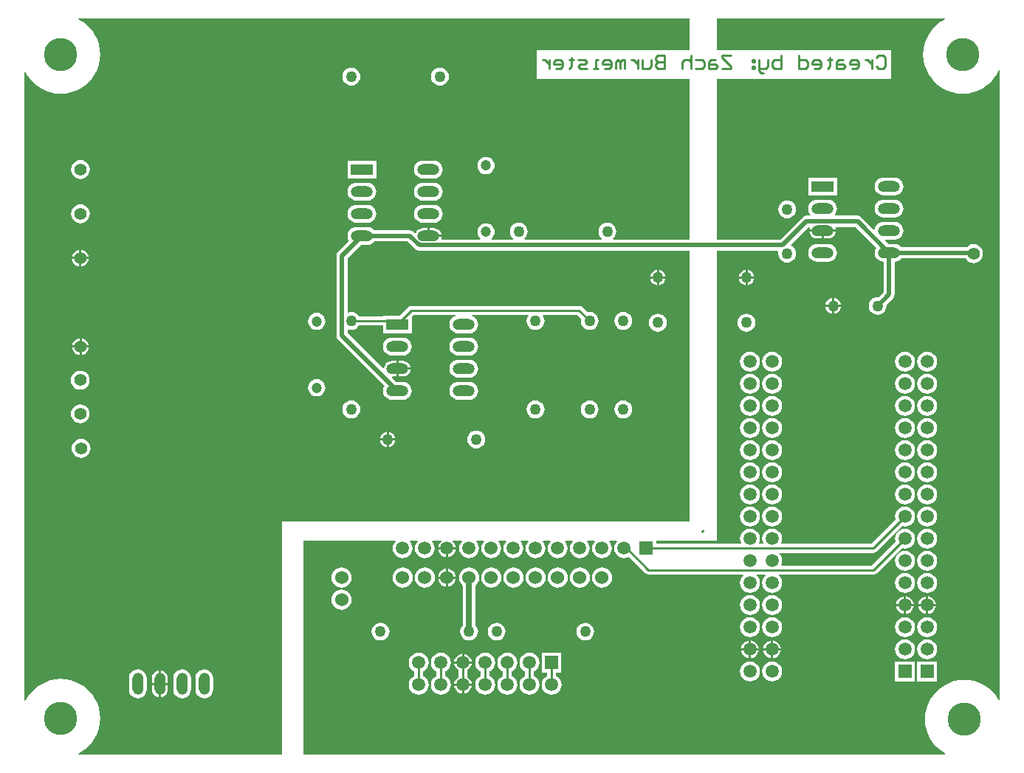
<source format=gbl>
G04*
G04 #@! TF.GenerationSoftware,Altium Limited,Altium Designer,18.0.9 (584)*
G04*
G04 Layer_Physical_Order=2*
G04 Layer_Color=16711680*
%FSLAX25Y25*%
%MOIN*%
G70*
G01*
G75*
%ADD10C,0.01000*%
%ADD12C,0.02000*%
%ADD26C,0.02500*%
%ADD27C,0.05000*%
%ADD28C,0.05906*%
%ADD29R,0.05906X0.05906*%
%ADD30C,0.06000*%
%ADD31R,0.05906X0.05906*%
%ADD32C,0.15000*%
%ADD33R,0.10000X0.05000*%
%ADD34O,0.10000X0.05000*%
%ADD35C,0.04724*%
%ADD36C,0.05500*%
%ADD37O,0.05000X0.10000*%
G36*
X305600Y323698D02*
X236550D01*
Y310701D01*
X305600D01*
Y237949D01*
X271034D01*
X270864Y238449D01*
X271253Y238747D01*
X271894Y239583D01*
X272297Y240556D01*
X272434Y241600D01*
X272297Y242644D01*
X271894Y243617D01*
X271253Y244453D01*
X270417Y245094D01*
X269444Y245497D01*
X268400Y245635D01*
X267356Y245497D01*
X266383Y245094D01*
X265547Y244453D01*
X264906Y243617D01*
X264503Y242644D01*
X264366Y241600D01*
X264503Y240556D01*
X264906Y239583D01*
X265547Y238747D01*
X265936Y238449D01*
X265766Y237949D01*
X231034D01*
X230864Y238449D01*
X231253Y238747D01*
X231894Y239583D01*
X232297Y240556D01*
X232435Y241600D01*
X232297Y242644D01*
X231894Y243617D01*
X231253Y244453D01*
X230417Y245094D01*
X229444Y245497D01*
X228400Y245635D01*
X227356Y245497D01*
X226383Y245094D01*
X225547Y244453D01*
X224906Y243617D01*
X224503Y242644D01*
X224365Y241600D01*
X224503Y240556D01*
X224906Y239583D01*
X225547Y238747D01*
X225936Y238449D01*
X225766Y237949D01*
X216268D01*
X216098Y238449D01*
X216355Y238645D01*
X216974Y239452D01*
X217363Y240392D01*
X217495Y241400D01*
X217363Y242408D01*
X216974Y243348D01*
X216355Y244155D01*
X215548Y244774D01*
X214608Y245163D01*
X213600Y245296D01*
X212592Y245163D01*
X211652Y244774D01*
X210845Y244155D01*
X210226Y243348D01*
X209837Y242408D01*
X209704Y241400D01*
X209837Y240392D01*
X210226Y239452D01*
X210845Y238645D01*
X211102Y238449D01*
X210932Y237949D01*
X193655D01*
X193377Y238365D01*
X193510Y238686D01*
X193564Y239100D01*
X187600D01*
Y239600D01*
X187100D01*
Y243130D01*
X185100D01*
X184186Y243010D01*
X183335Y242657D01*
X182604Y242096D01*
X182043Y241365D01*
X181910Y241043D01*
X181419Y240946D01*
X180963Y241402D01*
X180136Y241955D01*
X179160Y242149D01*
X163186D01*
X162953Y242453D01*
X162117Y243094D01*
X161144Y243497D01*
X160100Y243635D01*
X155100D01*
X154056Y243497D01*
X153083Y243094D01*
X152247Y242453D01*
X151606Y241617D01*
X151203Y240644D01*
X151066Y239600D01*
X151203Y238556D01*
X151606Y237583D01*
X151768Y237372D01*
X146798Y232402D01*
X146245Y231575D01*
X146051Y230600D01*
Y194600D01*
X146245Y193624D01*
X146798Y192798D01*
X167768Y171828D01*
X167606Y171617D01*
X167203Y170644D01*
X167066Y169600D01*
X167203Y168556D01*
X167606Y167583D01*
X168247Y166747D01*
X169083Y166106D01*
X170056Y165703D01*
X171100Y165566D01*
X176100D01*
X177144Y165703D01*
X178117Y166106D01*
X178953Y166747D01*
X179594Y167583D01*
X179997Y168556D01*
X180134Y169600D01*
X179997Y170644D01*
X179594Y171617D01*
X178953Y172453D01*
X178117Y173094D01*
X177144Y173497D01*
X176100Y173635D01*
X173170D01*
X171235Y175570D01*
X171442Y176070D01*
X173100D01*
Y179600D01*
Y183130D01*
X171100D01*
X170186Y183010D01*
X169335Y182657D01*
X168604Y182096D01*
X168043Y181365D01*
X167690Y180514D01*
X167610Y179902D01*
X167082Y179723D01*
X151149Y195656D01*
Y197104D01*
X151565Y197382D01*
X151756Y197303D01*
X152800Y197166D01*
X153844Y197303D01*
X154817Y197706D01*
X155653Y198347D01*
X156277Y199161D01*
X167100D01*
Y195600D01*
X180100D01*
Y203216D01*
X180845Y203961D01*
X199935D01*
X200056Y203497D01*
X199083Y203094D01*
X198247Y202453D01*
X197606Y201617D01*
X197203Y200644D01*
X197065Y199600D01*
X197203Y198556D01*
X197606Y197583D01*
X198247Y196747D01*
X199083Y196106D01*
X200056Y195703D01*
X201100Y195565D01*
X206100D01*
X207144Y195703D01*
X208117Y196106D01*
X208953Y196747D01*
X209594Y197583D01*
X209997Y198556D01*
X210135Y199600D01*
X209997Y200644D01*
X209594Y201617D01*
X208953Y202453D01*
X208117Y203094D01*
X207144Y203497D01*
X207265Y203961D01*
X232511D01*
X232733Y203512D01*
X232506Y203217D01*
X232103Y202244D01*
X231965Y201200D01*
X232103Y200156D01*
X232506Y199183D01*
X233147Y198347D01*
X233983Y197706D01*
X234956Y197303D01*
X236000Y197166D01*
X237044Y197303D01*
X238017Y197706D01*
X238853Y198347D01*
X239494Y199183D01*
X239897Y200156D01*
X240035Y201200D01*
X239897Y202244D01*
X239494Y203217D01*
X239267Y203512D01*
X239489Y203961D01*
X254755D01*
X256499Y202217D01*
X256365Y201200D01*
X256503Y200156D01*
X256906Y199183D01*
X257547Y198347D01*
X258383Y197706D01*
X259356Y197303D01*
X260400Y197166D01*
X261444Y197303D01*
X262417Y197706D01*
X263253Y198347D01*
X263894Y199183D01*
X264297Y200156D01*
X264435Y201200D01*
X264297Y202244D01*
X263894Y203217D01*
X263253Y204053D01*
X262417Y204694D01*
X261444Y205097D01*
X260400Y205235D01*
X259383Y205101D01*
X257042Y207442D01*
X256380Y207884D01*
X255600Y208039D01*
X180000D01*
X180000Y208039D01*
X179220Y207884D01*
X178558Y207442D01*
X174716Y203600D01*
X167100D01*
Y203239D01*
X156277D01*
X155653Y204053D01*
X154817Y204694D01*
X153844Y205097D01*
X152800Y205235D01*
X151756Y205097D01*
X151565Y205018D01*
X151149Y205296D01*
Y229544D01*
X157170Y235565D01*
X160100D01*
X161144Y235703D01*
X162117Y236106D01*
X162953Y236747D01*
X163186Y237051D01*
X178104D01*
X181558Y233598D01*
X182385Y233045D01*
X183360Y232851D01*
X305600D01*
Y110400D01*
X121600D01*
Y5200D01*
X29573D01*
X29459Y5687D01*
X30493Y6197D01*
X32427Y7489D01*
X34177Y9023D01*
X35711Y10773D01*
X37003Y12707D01*
X38032Y14794D01*
X38780Y16997D01*
X39234Y19278D01*
X39386Y21600D01*
X39234Y23922D01*
X38780Y26203D01*
X38032Y28407D01*
X37003Y30493D01*
X35711Y32427D01*
X34177Y34177D01*
X32427Y35711D01*
X30493Y37003D01*
X28407Y38032D01*
X26203Y38780D01*
X23922Y39234D01*
X21600Y39386D01*
X19278Y39234D01*
X16997Y38780D01*
X14794Y38032D01*
X12707Y37003D01*
X10773Y35711D01*
X9023Y34177D01*
X7489Y32427D01*
X6197Y30493D01*
X5687Y29459D01*
X5200Y29573D01*
Y313627D01*
X5687Y313741D01*
X6197Y312707D01*
X7489Y310772D01*
X9023Y309023D01*
X10773Y307489D01*
X12707Y306197D01*
X14794Y305168D01*
X16997Y304420D01*
X19278Y303966D01*
X21600Y303814D01*
X23922Y303966D01*
X26203Y304420D01*
X28407Y305168D01*
X30493Y306197D01*
X32427Y307489D01*
X34177Y309023D01*
X35711Y310772D01*
X37003Y312707D01*
X38032Y314794D01*
X38780Y316997D01*
X39234Y319279D01*
X39386Y321600D01*
X39234Y323921D01*
X38780Y326203D01*
X38032Y328406D01*
X37003Y330493D01*
X35711Y332428D01*
X34177Y334177D01*
X32427Y335711D01*
X30493Y337003D01*
X29459Y337513D01*
X29573Y338000D01*
X305600D01*
Y323698D01*
D02*
G37*
G36*
X420827Y338000D02*
X420941Y337513D01*
X419907Y337003D01*
X417973Y335711D01*
X416223Y334177D01*
X414689Y332428D01*
X413397Y330493D01*
X412368Y328406D01*
X411620Y326203D01*
X411166Y323921D01*
X411014Y321600D01*
X411166Y319279D01*
X411620Y316997D01*
X412368Y314794D01*
X413397Y312707D01*
X414689Y310772D01*
X416223Y309023D01*
X417973Y307489D01*
X419907Y306197D01*
X421993Y305168D01*
X424197Y304420D01*
X426478Y303966D01*
X428800Y303814D01*
X431122Y303966D01*
X433403Y304420D01*
X435606Y305168D01*
X437693Y306197D01*
X439628Y307489D01*
X441377Y309023D01*
X442911Y310772D01*
X444203Y312707D01*
X445100Y314525D01*
X445600Y314409D01*
X445600Y29984D01*
X445113Y29871D01*
X445003Y30093D01*
X443711Y32028D01*
X442177Y33777D01*
X440427Y35311D01*
X438493Y36603D01*
X436407Y37632D01*
X434203Y38380D01*
X431922Y38834D01*
X429600Y38986D01*
X427278Y38834D01*
X424997Y38380D01*
X422793Y37632D01*
X420707Y36603D01*
X418773Y35311D01*
X417023Y33777D01*
X415489Y32028D01*
X414197Y30093D01*
X413168Y28007D01*
X412420Y25803D01*
X411966Y23521D01*
X411814Y21200D01*
X411966Y18879D01*
X412420Y16597D01*
X413168Y14393D01*
X414197Y12307D01*
X415489Y10373D01*
X417023Y8623D01*
X418773Y7089D01*
X420707Y5797D01*
X420930Y5687D01*
X420816Y5200D01*
X131200Y5200D01*
X131200Y10400D01*
Y102000D01*
X172635D01*
X172766Y101500D01*
X172110Y100646D01*
X171662Y99562D01*
X171509Y98400D01*
X171662Y97238D01*
X172110Y96154D01*
X172824Y95224D01*
X173754Y94511D01*
X174838Y94062D01*
X176000Y93909D01*
X177162Y94062D01*
X178246Y94511D01*
X179176Y95224D01*
X179890Y96154D01*
X180338Y97238D01*
X180491Y98400D01*
X180338Y99562D01*
X179890Y100646D01*
X179234Y101500D01*
X179365Y102000D01*
X182635D01*
X182766Y101500D01*
X182111Y100646D01*
X181662Y99562D01*
X181509Y98400D01*
X181662Y97238D01*
X182111Y96154D01*
X182824Y95224D01*
X183754Y94511D01*
X184838Y94062D01*
X186000Y93909D01*
X187162Y94062D01*
X188246Y94511D01*
X189176Y95224D01*
X189890Y96154D01*
X190338Y97238D01*
X190491Y98400D01*
X190338Y99562D01*
X189890Y100646D01*
X189234Y101500D01*
X189365Y102000D01*
X193377D01*
X193547Y101500D01*
X193181Y101219D01*
X192547Y100393D01*
X192149Y99432D01*
X192079Y98900D01*
X196000D01*
X199921D01*
X199851Y99432D01*
X199453Y100393D01*
X198819Y101219D01*
X198453Y101500D01*
X198623Y102000D01*
X202635D01*
X202766Y101500D01*
X202111Y100646D01*
X201662Y99562D01*
X201509Y98400D01*
X201662Y97238D01*
X202111Y96154D01*
X202824Y95224D01*
X203754Y94511D01*
X204838Y94062D01*
X206000Y93909D01*
X207162Y94062D01*
X208246Y94511D01*
X209176Y95224D01*
X209890Y96154D01*
X210338Y97238D01*
X210491Y98400D01*
X210338Y99562D01*
X209890Y100646D01*
X209234Y101500D01*
X209365Y102000D01*
X212635D01*
X212766Y101500D01*
X212110Y100646D01*
X211662Y99562D01*
X211509Y98400D01*
X211662Y97238D01*
X212110Y96154D01*
X212824Y95224D01*
X213754Y94511D01*
X214838Y94062D01*
X216000Y93909D01*
X217162Y94062D01*
X218246Y94511D01*
X219176Y95224D01*
X219889Y96154D01*
X220338Y97238D01*
X220491Y98400D01*
X220338Y99562D01*
X219889Y100646D01*
X219234Y101500D01*
X219365Y102000D01*
X222635D01*
X222766Y101500D01*
X222111Y100646D01*
X221662Y99562D01*
X221509Y98400D01*
X221662Y97238D01*
X222111Y96154D01*
X222824Y95224D01*
X223754Y94511D01*
X224838Y94062D01*
X226000Y93909D01*
X227162Y94062D01*
X228246Y94511D01*
X229176Y95224D01*
X229889Y96154D01*
X230338Y97238D01*
X230491Y98400D01*
X230338Y99562D01*
X229889Y100646D01*
X229234Y101500D01*
X229365Y102000D01*
X232635D01*
X232766Y101500D01*
X232111Y100646D01*
X231662Y99562D01*
X231509Y98400D01*
X231662Y97238D01*
X232111Y96154D01*
X232824Y95224D01*
X233754Y94511D01*
X234838Y94062D01*
X236000Y93909D01*
X237162Y94062D01*
X238246Y94511D01*
X239176Y95224D01*
X239890Y96154D01*
X240338Y97238D01*
X240491Y98400D01*
X240338Y99562D01*
X239890Y100646D01*
X239234Y101500D01*
X239365Y102000D01*
X242635D01*
X242766Y101500D01*
X242110Y100646D01*
X241662Y99562D01*
X241509Y98400D01*
X241662Y97238D01*
X242110Y96154D01*
X242824Y95224D01*
X243754Y94511D01*
X244838Y94062D01*
X246000Y93909D01*
X247162Y94062D01*
X248246Y94511D01*
X249176Y95224D01*
X249889Y96154D01*
X250338Y97238D01*
X250491Y98400D01*
X250338Y99562D01*
X249889Y100646D01*
X249234Y101500D01*
X249365Y102000D01*
X252635D01*
X252766Y101500D01*
X252111Y100646D01*
X251662Y99562D01*
X251509Y98400D01*
X251662Y97238D01*
X252111Y96154D01*
X252824Y95224D01*
X253754Y94511D01*
X254838Y94062D01*
X256000Y93909D01*
X257162Y94062D01*
X258246Y94511D01*
X259176Y95224D01*
X259890Y96154D01*
X260338Y97238D01*
X260491Y98400D01*
X260338Y99562D01*
X259890Y100646D01*
X259234Y101500D01*
X259365Y102000D01*
X262635D01*
X262766Y101500D01*
X262110Y100646D01*
X261662Y99562D01*
X261509Y98400D01*
X261662Y97238D01*
X262110Y96154D01*
X262824Y95224D01*
X263754Y94511D01*
X264838Y94062D01*
X266000Y93909D01*
X267162Y94062D01*
X268246Y94511D01*
X269176Y95224D01*
X269889Y96154D01*
X270338Y97238D01*
X270491Y98400D01*
X270338Y99562D01*
X269889Y100646D01*
X269234Y101500D01*
X269365Y102000D01*
X272635D01*
X272766Y101500D01*
X272111Y100646D01*
X271662Y99562D01*
X271509Y98400D01*
X271662Y97238D01*
X272111Y96154D01*
X272824Y95224D01*
X273754Y94511D01*
X274838Y94062D01*
X276000Y93909D01*
X277162Y94062D01*
X278217Y94499D01*
X285511Y87205D01*
X285511Y87205D01*
X286172Y86763D01*
X286953Y86608D01*
X286953Y86608D01*
X329671D01*
X329831Y86135D01*
X329624Y85976D01*
X328910Y85046D01*
X328462Y83962D01*
X328309Y82800D01*
X328462Y81638D01*
X328910Y80554D01*
X329624Y79624D01*
X330554Y78910D01*
X331638Y78462D01*
X332800Y78309D01*
X333962Y78462D01*
X335046Y78910D01*
X335976Y79624D01*
X336689Y80554D01*
X337138Y81638D01*
X337291Y82800D01*
X337138Y83962D01*
X336689Y85046D01*
X335976Y85976D01*
X335769Y86135D01*
X335929Y86608D01*
X339671D01*
X339831Y86135D01*
X339624Y85976D01*
X338911Y85046D01*
X338462Y83962D01*
X338309Y82800D01*
X338462Y81638D01*
X338911Y80554D01*
X339624Y79624D01*
X340554Y78910D01*
X341638Y78462D01*
X342800Y78309D01*
X343962Y78462D01*
X345046Y78910D01*
X345976Y79624D01*
X346690Y80554D01*
X347138Y81638D01*
X347291Y82800D01*
X347138Y83962D01*
X346690Y85046D01*
X345976Y85976D01*
X345769Y86135D01*
X345929Y86608D01*
X388647D01*
X389428Y86763D01*
X390089Y87205D01*
X401431Y98547D01*
X401638Y98462D01*
X402800Y98309D01*
X403962Y98462D01*
X405046Y98910D01*
X405976Y99624D01*
X406690Y100554D01*
X407138Y101638D01*
X407291Y102800D01*
X407138Y103962D01*
X406690Y105046D01*
X405976Y105976D01*
X405046Y106690D01*
X403962Y107138D01*
X402800Y107291D01*
X401638Y107138D01*
X400554Y106690D01*
X399624Y105976D01*
X398910Y105046D01*
X398462Y103962D01*
X398309Y102800D01*
X398462Y101638D01*
X398547Y101431D01*
X387803Y90686D01*
X347194D01*
X346916Y91102D01*
X347138Y91638D01*
X347291Y92800D01*
X347138Y93962D01*
X346690Y95046D01*
X346064Y95861D01*
X346233Y96361D01*
X388400D01*
X389180Y96516D01*
X389842Y96958D01*
X401431Y108547D01*
X401638Y108462D01*
X402800Y108309D01*
X403962Y108462D01*
X405046Y108911D01*
X405976Y109624D01*
X406690Y110554D01*
X407138Y111638D01*
X407291Y112800D01*
X407138Y113962D01*
X406690Y115046D01*
X405976Y115976D01*
X405046Y116690D01*
X403962Y117138D01*
X402800Y117291D01*
X401638Y117138D01*
X400554Y116690D01*
X399624Y115976D01*
X398910Y115046D01*
X398462Y113962D01*
X398309Y112800D01*
X398462Y111638D01*
X398547Y111431D01*
X387555Y100439D01*
X347183D01*
X346849Y100939D01*
X347138Y101638D01*
X347291Y102800D01*
X347138Y103962D01*
X346690Y105046D01*
X345976Y105976D01*
X345046Y106690D01*
X343962Y107138D01*
X342800Y107291D01*
X341638Y107138D01*
X340554Y106690D01*
X339624Y105976D01*
X338911Y105046D01*
X338462Y103962D01*
X338309Y102800D01*
X338462Y101638D01*
X338751Y100939D01*
X338417Y100439D01*
X337183D01*
X336849Y100939D01*
X337138Y101638D01*
X337291Y102800D01*
X337138Y103962D01*
X336689Y105046D01*
X335976Y105976D01*
X335046Y106690D01*
X333962Y107138D01*
X332800Y107291D01*
X331638Y107138D01*
X330554Y106690D01*
X329624Y105976D01*
X328910Y105046D01*
X328462Y103962D01*
X328309Y102800D01*
X328462Y101638D01*
X328751Y100939D01*
X328417Y100439D01*
X290453D01*
Y102000D01*
X318000D01*
X318000Y232851D01*
X345289D01*
X345664Y232351D01*
X345566Y231600D01*
X345703Y230556D01*
X346106Y229583D01*
X346747Y228747D01*
X347583Y228106D01*
X348556Y227703D01*
X349600Y227566D01*
X350644Y227703D01*
X351617Y228106D01*
X352453Y228747D01*
X353094Y229583D01*
X353497Y230556D01*
X353635Y231600D01*
X353497Y232644D01*
X353094Y233617D01*
X352453Y234453D01*
X351617Y235094D01*
X351426Y235173D01*
X351329Y235664D01*
X359115Y243449D01*
X359364Y243429D01*
X359690Y242914D01*
X359636Y242500D01*
X371564D01*
X371510Y242914D01*
X371377Y243235D01*
X371655Y243651D01*
X380344D01*
X389768Y234228D01*
X389606Y234017D01*
X389203Y233044D01*
X389066Y232000D01*
X389203Y230956D01*
X389606Y229983D01*
X390247Y229147D01*
X391083Y228506D01*
X392056Y228103D01*
X393051Y227972D01*
Y214256D01*
X390780Y211984D01*
X390400Y212035D01*
X389356Y211897D01*
X388383Y211494D01*
X387547Y210853D01*
X386906Y210017D01*
X386503Y209044D01*
X386366Y208000D01*
X386503Y206956D01*
X386906Y205983D01*
X387547Y205147D01*
X388383Y204506D01*
X389356Y204103D01*
X390400Y203965D01*
X391444Y204103D01*
X392417Y204506D01*
X393253Y205147D01*
X393894Y205983D01*
X394297Y206956D01*
X394434Y208000D01*
X394385Y208380D01*
X397402Y211398D01*
X397955Y212225D01*
X398149Y213200D01*
Y227972D01*
X399144Y228103D01*
X400117Y228506D01*
X400953Y229147D01*
X401186Y229451D01*
X430042D01*
X430695Y228600D01*
X431583Y227919D01*
X432617Y227491D01*
X433726Y227345D01*
X434835Y227491D01*
X435869Y227919D01*
X436757Y228600D01*
X437438Y229488D01*
X437867Y230522D01*
X438013Y231631D01*
X437867Y232741D01*
X437438Y233775D01*
X436757Y234663D01*
X435869Y235344D01*
X434835Y235772D01*
X433726Y235918D01*
X432617Y235772D01*
X431583Y235344D01*
X430695Y234663D01*
X430608Y234549D01*
X401186D01*
X400953Y234853D01*
X400117Y235494D01*
X399144Y235897D01*
X398100Y236034D01*
X395170D01*
X393701Y237504D01*
X393893Y237965D01*
X398100D01*
X399144Y238103D01*
X400117Y238506D01*
X400953Y239147D01*
X401594Y239983D01*
X401997Y240956D01*
X402135Y242000D01*
X401997Y243044D01*
X401594Y244017D01*
X400953Y244853D01*
X400117Y245494D01*
X399144Y245897D01*
X398100Y246035D01*
X393100D01*
X392056Y245897D01*
X391083Y245494D01*
X390247Y244853D01*
X389606Y244017D01*
X389203Y243044D01*
X389156Y242684D01*
X388682Y242523D01*
X383202Y248002D01*
X382376Y248555D01*
X381400Y248749D01*
X371187D01*
X371031Y249249D01*
X371594Y249983D01*
X371997Y250956D01*
X372134Y252000D01*
X371997Y253044D01*
X371594Y254017D01*
X370953Y254853D01*
X370117Y255494D01*
X369144Y255897D01*
X368100Y256034D01*
X363100D01*
X362056Y255897D01*
X361083Y255494D01*
X360247Y254853D01*
X359606Y254017D01*
X359203Y253044D01*
X359066Y252000D01*
X359203Y250956D01*
X359606Y249983D01*
X360169Y249249D01*
X360013Y248749D01*
X358260D01*
X357285Y248555D01*
X356458Y248002D01*
X346405Y237949D01*
X318000D01*
X318000Y310701D01*
X396500D01*
Y323698D01*
X318000D01*
Y338000D01*
X420827Y338000D01*
D02*
G37*
%LPC*%
G36*
X192800Y315634D02*
X191756Y315497D01*
X190783Y315094D01*
X189947Y314453D01*
X189306Y313617D01*
X188903Y312644D01*
X188766Y311600D01*
X188903Y310556D01*
X189306Y309583D01*
X189947Y308747D01*
X190783Y308106D01*
X191756Y307703D01*
X192800Y307565D01*
X193844Y307703D01*
X194817Y308106D01*
X195653Y308747D01*
X196294Y309583D01*
X196697Y310556D01*
X196835Y311600D01*
X196697Y312644D01*
X196294Y313617D01*
X195653Y314453D01*
X194817Y315094D01*
X193844Y315497D01*
X192800Y315634D01*
D02*
G37*
G36*
X152800D02*
X151756Y315497D01*
X150783Y315094D01*
X149947Y314453D01*
X149306Y313617D01*
X148903Y312644D01*
X148766Y311600D01*
X148903Y310556D01*
X149306Y309583D01*
X149947Y308747D01*
X150783Y308106D01*
X151756Y307703D01*
X152800Y307565D01*
X153844Y307703D01*
X154817Y308106D01*
X155653Y308747D01*
X156294Y309583D01*
X156697Y310556D01*
X156834Y311600D01*
X156697Y312644D01*
X156294Y313617D01*
X155653Y314453D01*
X154817Y315094D01*
X153844Y315497D01*
X152800Y315634D01*
D02*
G37*
G36*
X213600Y275295D02*
X212592Y275163D01*
X211652Y274774D01*
X210845Y274155D01*
X210226Y273348D01*
X209837Y272408D01*
X209704Y271400D01*
X209837Y270392D01*
X210226Y269452D01*
X210845Y268645D01*
X211652Y268026D01*
X212592Y267637D01*
X213600Y267505D01*
X214608Y267637D01*
X215548Y268026D01*
X216355Y268645D01*
X216974Y269452D01*
X217363Y270392D01*
X217495Y271400D01*
X217363Y272408D01*
X216974Y273348D01*
X216355Y274155D01*
X215548Y274774D01*
X214608Y275163D01*
X213600Y275295D01*
D02*
G37*
G36*
X164100Y273600D02*
X151100D01*
Y265600D01*
X164100D01*
Y273600D01*
D02*
G37*
G36*
X190100Y273635D02*
X185100D01*
X184056Y273497D01*
X183083Y273094D01*
X182247Y272453D01*
X181606Y271617D01*
X181203Y270644D01*
X181065Y269600D01*
X181203Y268556D01*
X181606Y267583D01*
X182247Y266747D01*
X183083Y266106D01*
X184056Y265703D01*
X185100Y265565D01*
X190100D01*
X191144Y265703D01*
X192117Y266106D01*
X192953Y266747D01*
X193594Y267583D01*
X193997Y268556D01*
X194134Y269600D01*
X193997Y270644D01*
X193594Y271617D01*
X192953Y272453D01*
X192117Y273094D01*
X191144Y273497D01*
X190100Y273635D01*
D02*
G37*
G36*
X30526Y273918D02*
X29416Y273772D01*
X28383Y273344D01*
X27495Y272663D01*
X26814Y271775D01*
X26385Y270741D01*
X26239Y269632D01*
X26385Y268522D01*
X26814Y267488D01*
X27495Y266600D01*
X28383Y265919D01*
X29416Y265491D01*
X30526Y265345D01*
X31635Y265491D01*
X32669Y265919D01*
X33557Y266600D01*
X34238Y267488D01*
X34667Y268522D01*
X34813Y269632D01*
X34667Y270741D01*
X34238Y271775D01*
X33557Y272663D01*
X32669Y273344D01*
X31635Y273772D01*
X30526Y273918D01*
D02*
G37*
G36*
X190100Y263634D02*
X185100D01*
X184056Y263497D01*
X183083Y263094D01*
X182247Y262453D01*
X181606Y261617D01*
X181203Y260644D01*
X181065Y259600D01*
X181203Y258556D01*
X181606Y257583D01*
X182247Y256747D01*
X183083Y256106D01*
X184056Y255703D01*
X185100Y255566D01*
X190100D01*
X191144Y255703D01*
X192117Y256106D01*
X192953Y256747D01*
X193594Y257583D01*
X193997Y258556D01*
X194134Y259600D01*
X193997Y260644D01*
X193594Y261617D01*
X192953Y262453D01*
X192117Y263094D01*
X191144Y263497D01*
X190100Y263634D01*
D02*
G37*
G36*
X160100D02*
X155100D01*
X154056Y263497D01*
X153083Y263094D01*
X152247Y262453D01*
X151606Y261617D01*
X151203Y260644D01*
X151066Y259600D01*
X151203Y258556D01*
X151606Y257583D01*
X152247Y256747D01*
X153083Y256106D01*
X154056Y255703D01*
X155100Y255566D01*
X160100D01*
X161144Y255703D01*
X162117Y256106D01*
X162953Y256747D01*
X163594Y257583D01*
X163997Y258556D01*
X164135Y259600D01*
X163997Y260644D01*
X163594Y261617D01*
X162953Y262453D01*
X162117Y263094D01*
X161144Y263497D01*
X160100Y263634D01*
D02*
G37*
G36*
X190100Y253635D02*
X185100D01*
X184056Y253497D01*
X183083Y253094D01*
X182247Y252453D01*
X181606Y251617D01*
X181203Y250644D01*
X181065Y249600D01*
X181203Y248556D01*
X181606Y247583D01*
X182247Y246747D01*
X183083Y246106D01*
X184056Y245703D01*
X185100Y245566D01*
X190100D01*
X191144Y245703D01*
X192117Y246106D01*
X192953Y246747D01*
X193594Y247583D01*
X193997Y248556D01*
X194134Y249600D01*
X193997Y250644D01*
X193594Y251617D01*
X192953Y252453D01*
X192117Y253094D01*
X191144Y253497D01*
X190100Y253635D01*
D02*
G37*
G36*
X160100D02*
X155100D01*
X154056Y253497D01*
X153083Y253094D01*
X152247Y252453D01*
X151606Y251617D01*
X151203Y250644D01*
X151066Y249600D01*
X151203Y248556D01*
X151606Y247583D01*
X152247Y246747D01*
X153083Y246106D01*
X154056Y245703D01*
X155100Y245566D01*
X160100D01*
X161144Y245703D01*
X162117Y246106D01*
X162953Y246747D01*
X163594Y247583D01*
X163997Y248556D01*
X164135Y249600D01*
X163997Y250644D01*
X163594Y251617D01*
X162953Y252453D01*
X162117Y253094D01*
X161144Y253497D01*
X160100Y253635D01*
D02*
G37*
G36*
X30526Y253918D02*
X29416Y253772D01*
X28383Y253344D01*
X27495Y252663D01*
X26814Y251775D01*
X26385Y250741D01*
X26239Y249632D01*
X26385Y248522D01*
X26814Y247488D01*
X27495Y246600D01*
X28383Y245919D01*
X29416Y245491D01*
X30526Y245345D01*
X31635Y245491D01*
X32669Y245919D01*
X33557Y246600D01*
X34238Y247488D01*
X34667Y248522D01*
X34813Y249632D01*
X34667Y250741D01*
X34238Y251775D01*
X33557Y252663D01*
X32669Y253344D01*
X31635Y253772D01*
X30526Y253918D01*
D02*
G37*
G36*
X190100Y243130D02*
X188100D01*
Y240100D01*
X193564D01*
X193510Y240514D01*
X193157Y241365D01*
X192596Y242096D01*
X191865Y242657D01*
X191014Y243010D01*
X190100Y243130D01*
D02*
G37*
G36*
X30900Y233316D02*
Y230100D01*
X34117D01*
X34054Y230579D01*
X33676Y231491D01*
X33075Y232275D01*
X32291Y232876D01*
X31379Y233254D01*
X30900Y233316D01*
D02*
G37*
G36*
X29900Y233316D02*
X29421Y233254D01*
X28509Y232876D01*
X27725Y232275D01*
X27124Y231491D01*
X26746Y230579D01*
X26684Y230100D01*
X29900D01*
Y233316D01*
D02*
G37*
G36*
Y229100D02*
X26684D01*
X26746Y228621D01*
X27124Y227709D01*
X27725Y226925D01*
X28509Y226324D01*
X29421Y225946D01*
X29900Y225884D01*
Y229100D01*
D02*
G37*
G36*
X34117D02*
X30900D01*
Y225884D01*
X31379Y225946D01*
X32291Y226324D01*
X33075Y226925D01*
X33676Y227709D01*
X34054Y228621D01*
X34117Y229100D01*
D02*
G37*
G36*
X291700Y224264D02*
Y221300D01*
X294664D01*
X294610Y221714D01*
X294257Y222565D01*
X293696Y223296D01*
X292965Y223857D01*
X292114Y224210D01*
X291700Y224264D01*
D02*
G37*
G36*
X290700D02*
X290286Y224210D01*
X289435Y223857D01*
X288704Y223296D01*
X288143Y222565D01*
X287790Y221714D01*
X287736Y221300D01*
X290700D01*
Y224264D01*
D02*
G37*
G36*
X294664Y220300D02*
X291700D01*
Y217336D01*
X292114Y217390D01*
X292965Y217743D01*
X293696Y218304D01*
X294257Y219035D01*
X294610Y219886D01*
X294664Y220300D01*
D02*
G37*
G36*
X290700D02*
X287736D01*
X287790Y219886D01*
X288143Y219035D01*
X288704Y218304D01*
X289435Y217743D01*
X290286Y217390D01*
X290700Y217336D01*
Y220300D01*
D02*
G37*
G36*
X275600Y205235D02*
X274556Y205097D01*
X273583Y204694D01*
X272747Y204053D01*
X272106Y203217D01*
X271703Y202244D01*
X271566Y201200D01*
X271703Y200156D01*
X272106Y199183D01*
X272747Y198347D01*
X273583Y197706D01*
X274556Y197303D01*
X275600Y197166D01*
X276644Y197303D01*
X277617Y197706D01*
X278453Y198347D01*
X279094Y199183D01*
X279497Y200156D01*
X279634Y201200D01*
X279497Y202244D01*
X279094Y203217D01*
X278453Y204053D01*
X277617Y204694D01*
X276644Y205097D01*
X275600Y205235D01*
D02*
G37*
G36*
X137200Y204895D02*
X136192Y204763D01*
X135252Y204374D01*
X134445Y203755D01*
X133826Y202948D01*
X133437Y202008D01*
X133305Y201000D01*
X133437Y199992D01*
X133826Y199052D01*
X134445Y198245D01*
X135252Y197626D01*
X136192Y197237D01*
X137200Y197105D01*
X138208Y197237D01*
X139148Y197626D01*
X139955Y198245D01*
X140574Y199052D01*
X140963Y199992D01*
X141095Y201000D01*
X140963Y202008D01*
X140574Y202948D01*
X139955Y203755D01*
X139148Y204374D01*
X138208Y204763D01*
X137200Y204895D01*
D02*
G37*
G36*
X291200Y204434D02*
X290156Y204297D01*
X289183Y203894D01*
X288347Y203253D01*
X287706Y202417D01*
X287303Y201444D01*
X287165Y200400D01*
X287303Y199356D01*
X287706Y198383D01*
X288347Y197547D01*
X289183Y196906D01*
X290156Y196503D01*
X291200Y196365D01*
X292244Y196503D01*
X293217Y196906D01*
X294053Y197547D01*
X294694Y198383D01*
X295097Y199356D01*
X295234Y200400D01*
X295097Y201444D01*
X294694Y202417D01*
X294053Y203253D01*
X293217Y203894D01*
X292244Y204297D01*
X291200Y204434D01*
D02*
G37*
G36*
X31026Y193348D02*
Y190131D01*
X34242D01*
X34179Y190610D01*
X33802Y191523D01*
X33200Y192306D01*
X32417Y192907D01*
X31505Y193285D01*
X31026Y193348D01*
D02*
G37*
G36*
X30026Y193348D02*
X29547Y193285D01*
X28635Y192907D01*
X27851Y192306D01*
X27250Y191523D01*
X26873Y190610D01*
X26809Y190131D01*
X30026D01*
Y193348D01*
D02*
G37*
G36*
X34242Y189131D02*
X31026D01*
Y185915D01*
X31505Y185978D01*
X32417Y186356D01*
X33200Y186957D01*
X33802Y187740D01*
X34179Y188653D01*
X34242Y189131D01*
D02*
G37*
G36*
X30026D02*
X26809D01*
X26873Y188653D01*
X27250Y187740D01*
X27851Y186957D01*
X28635Y186356D01*
X29547Y185978D01*
X30026Y185915D01*
Y189131D01*
D02*
G37*
G36*
X206100Y193634D02*
X201100D01*
X200056Y193497D01*
X199083Y193094D01*
X198247Y192453D01*
X197606Y191617D01*
X197203Y190644D01*
X197065Y189600D01*
X197203Y188556D01*
X197606Y187583D01*
X198247Y186747D01*
X199083Y186106D01*
X200056Y185703D01*
X201100Y185565D01*
X206100D01*
X207144Y185703D01*
X208117Y186106D01*
X208953Y186747D01*
X209594Y187583D01*
X209997Y188556D01*
X210135Y189600D01*
X209997Y190644D01*
X209594Y191617D01*
X208953Y192453D01*
X208117Y193094D01*
X207144Y193497D01*
X206100Y193634D01*
D02*
G37*
G36*
X176100D02*
X171100D01*
X170056Y193497D01*
X169083Y193094D01*
X168247Y192453D01*
X167606Y191617D01*
X167203Y190644D01*
X167066Y189600D01*
X167203Y188556D01*
X167606Y187583D01*
X168247Y186747D01*
X169083Y186106D01*
X170056Y185703D01*
X171100Y185565D01*
X176100D01*
X177144Y185703D01*
X178117Y186106D01*
X178953Y186747D01*
X179594Y187583D01*
X179997Y188556D01*
X180134Y189600D01*
X179997Y190644D01*
X179594Y191617D01*
X178953Y192453D01*
X178117Y193094D01*
X177144Y193497D01*
X176100Y193634D01*
D02*
G37*
G36*
Y183130D02*
X174100D01*
Y180100D01*
X179564D01*
X179510Y180514D01*
X179157Y181365D01*
X178596Y182096D01*
X177865Y182657D01*
X177014Y183010D01*
X176100Y183130D01*
D02*
G37*
G36*
X179564Y179100D02*
X174100D01*
Y176070D01*
X176100D01*
X177014Y176190D01*
X177865Y176543D01*
X178596Y177104D01*
X179157Y177835D01*
X179510Y178686D01*
X179564Y179100D01*
D02*
G37*
G36*
X206100Y183634D02*
X201100D01*
X200056Y183497D01*
X199083Y183094D01*
X198247Y182453D01*
X197606Y181617D01*
X197203Y180644D01*
X197065Y179600D01*
X197203Y178556D01*
X197606Y177583D01*
X198247Y176747D01*
X199083Y176106D01*
X200056Y175703D01*
X201100Y175566D01*
X206100D01*
X207144Y175703D01*
X208117Y176106D01*
X208953Y176747D01*
X209594Y177583D01*
X209997Y178556D01*
X210135Y179600D01*
X209997Y180644D01*
X209594Y181617D01*
X208953Y182453D01*
X208117Y183094D01*
X207144Y183497D01*
X206100Y183634D01*
D02*
G37*
G36*
X30400Y178687D02*
X29291Y178541D01*
X28257Y178112D01*
X27369Y177431D01*
X26688Y176543D01*
X26259Y175510D01*
X26113Y174400D01*
X26259Y173291D01*
X26688Y172257D01*
X27369Y171369D01*
X28257Y170688D01*
X29291Y170259D01*
X30400Y170113D01*
X31510Y170259D01*
X32543Y170688D01*
X33431Y171369D01*
X34112Y172257D01*
X34541Y173291D01*
X34687Y174400D01*
X34541Y175510D01*
X34112Y176543D01*
X33431Y177431D01*
X32543Y178112D01*
X31510Y178541D01*
X30400Y178687D01*
D02*
G37*
G36*
X137200Y174896D02*
X136192Y174763D01*
X135252Y174374D01*
X134445Y173755D01*
X133826Y172948D01*
X133437Y172008D01*
X133305Y171000D01*
X133437Y169992D01*
X133826Y169052D01*
X134445Y168245D01*
X135252Y167626D01*
X136192Y167237D01*
X137200Y167104D01*
X138208Y167237D01*
X139148Y167626D01*
X139955Y168245D01*
X140574Y169052D01*
X140963Y169992D01*
X141095Y171000D01*
X140963Y172008D01*
X140574Y172948D01*
X139955Y173755D01*
X139148Y174374D01*
X138208Y174763D01*
X137200Y174896D01*
D02*
G37*
G36*
X206100Y173635D02*
X201100D01*
X200056Y173497D01*
X199083Y173094D01*
X198247Y172453D01*
X197606Y171617D01*
X197203Y170644D01*
X197065Y169600D01*
X197203Y168556D01*
X197606Y167583D01*
X198247Y166747D01*
X199083Y166106D01*
X200056Y165703D01*
X201100Y165566D01*
X206100D01*
X207144Y165703D01*
X208117Y166106D01*
X208953Y166747D01*
X209594Y167583D01*
X209997Y168556D01*
X210135Y169600D01*
X209997Y170644D01*
X209594Y171617D01*
X208953Y172453D01*
X208117Y173094D01*
X207144Y173497D01*
X206100Y173635D01*
D02*
G37*
G36*
X275600Y165234D02*
X274556Y165097D01*
X273583Y164694D01*
X272747Y164053D01*
X272106Y163217D01*
X271703Y162244D01*
X271566Y161200D01*
X271703Y160156D01*
X272106Y159183D01*
X272747Y158347D01*
X273583Y157706D01*
X274556Y157303D01*
X275600Y157166D01*
X276644Y157303D01*
X277617Y157706D01*
X278453Y158347D01*
X279094Y159183D01*
X279497Y160156D01*
X279634Y161200D01*
X279497Y162244D01*
X279094Y163217D01*
X278453Y164053D01*
X277617Y164694D01*
X276644Y165097D01*
X275600Y165234D01*
D02*
G37*
G36*
X260400D02*
X259356Y165097D01*
X258383Y164694D01*
X257547Y164053D01*
X256906Y163217D01*
X256503Y162244D01*
X256365Y161200D01*
X256503Y160156D01*
X256906Y159183D01*
X257547Y158347D01*
X258383Y157706D01*
X259356Y157303D01*
X260400Y157166D01*
X261444Y157303D01*
X262417Y157706D01*
X263253Y158347D01*
X263894Y159183D01*
X264297Y160156D01*
X264435Y161200D01*
X264297Y162244D01*
X263894Y163217D01*
X263253Y164053D01*
X262417Y164694D01*
X261444Y165097D01*
X260400Y165234D01*
D02*
G37*
G36*
X236000D02*
X234956Y165097D01*
X233983Y164694D01*
X233147Y164053D01*
X232506Y163217D01*
X232103Y162244D01*
X231965Y161200D01*
X232103Y160156D01*
X232506Y159183D01*
X233147Y158347D01*
X233983Y157706D01*
X234956Y157303D01*
X236000Y157166D01*
X237044Y157303D01*
X238017Y157706D01*
X238853Y158347D01*
X239494Y159183D01*
X239897Y160156D01*
X240035Y161200D01*
X239897Y162244D01*
X239494Y163217D01*
X238853Y164053D01*
X238017Y164694D01*
X237044Y165097D01*
X236000Y165234D01*
D02*
G37*
G36*
X152800D02*
X151756Y165097D01*
X150783Y164694D01*
X149947Y164053D01*
X149306Y163217D01*
X148903Y162244D01*
X148766Y161200D01*
X148903Y160156D01*
X149306Y159183D01*
X149947Y158347D01*
X150783Y157706D01*
X151756Y157303D01*
X152800Y157166D01*
X153844Y157303D01*
X154817Y157706D01*
X155653Y158347D01*
X156294Y159183D01*
X156697Y160156D01*
X156834Y161200D01*
X156697Y162244D01*
X156294Y163217D01*
X155653Y164053D01*
X154817Y164694D01*
X153844Y165097D01*
X152800Y165234D01*
D02*
G37*
G36*
X30400Y163487D02*
X29291Y163341D01*
X28257Y162912D01*
X27369Y162231D01*
X26688Y161343D01*
X26259Y160310D01*
X26113Y159200D01*
X26259Y158090D01*
X26688Y157057D01*
X27369Y156169D01*
X28257Y155488D01*
X29291Y155059D01*
X30400Y154913D01*
X31510Y155059D01*
X32543Y155488D01*
X33431Y156169D01*
X34112Y157057D01*
X34541Y158090D01*
X34687Y159200D01*
X34541Y160310D01*
X34112Y161343D01*
X33431Y162231D01*
X32543Y162912D01*
X31510Y163341D01*
X30400Y163487D01*
D02*
G37*
G36*
X169700Y151064D02*
Y148100D01*
X172664D01*
X172610Y148514D01*
X172257Y149365D01*
X171696Y150096D01*
X170965Y150657D01*
X170114Y151010D01*
X169700Y151064D01*
D02*
G37*
G36*
X168700Y151064D02*
X168286Y151010D01*
X167435Y150657D01*
X166704Y150096D01*
X166143Y149365D01*
X165790Y148514D01*
X165736Y148100D01*
X168700D01*
Y151064D01*
D02*
G37*
G36*
Y147100D02*
X165736D01*
X165790Y146686D01*
X166143Y145835D01*
X166704Y145104D01*
X167435Y144543D01*
X168286Y144190D01*
X168700Y144136D01*
Y147100D01*
D02*
G37*
G36*
X172664D02*
X169700D01*
Y144136D01*
X170114Y144190D01*
X170965Y144543D01*
X171696Y145104D01*
X172257Y145835D01*
X172610Y146686D01*
X172664Y147100D01*
D02*
G37*
G36*
X209200Y151635D02*
X208156Y151497D01*
X207183Y151094D01*
X206347Y150453D01*
X205706Y149617D01*
X205303Y148644D01*
X205166Y147600D01*
X205303Y146556D01*
X205706Y145583D01*
X206347Y144747D01*
X207183Y144106D01*
X208156Y143703D01*
X209200Y143565D01*
X210244Y143703D01*
X211217Y144106D01*
X212053Y144747D01*
X212694Y145583D01*
X213097Y146556D01*
X213234Y147600D01*
X213097Y148644D01*
X212694Y149617D01*
X212053Y150453D01*
X211217Y151094D01*
X210244Y151497D01*
X209200Y151635D01*
D02*
G37*
G36*
X30800Y147887D02*
X29691Y147741D01*
X28657Y147312D01*
X27769Y146631D01*
X27088Y145743D01*
X26659Y144710D01*
X26513Y143600D01*
X26659Y142490D01*
X27088Y141457D01*
X27769Y140569D01*
X28657Y139888D01*
X29691Y139459D01*
X30800Y139313D01*
X31909Y139459D01*
X32943Y139888D01*
X33831Y140569D01*
X34512Y141457D01*
X34941Y142490D01*
X35087Y143600D01*
X34941Y144710D01*
X34512Y145743D01*
X33831Y146631D01*
X32943Y147312D01*
X31909Y147741D01*
X30800Y147887D01*
D02*
G37*
G36*
X66900Y43164D02*
Y37700D01*
X69930D01*
Y39700D01*
X69810Y40614D01*
X69457Y41465D01*
X68896Y42196D01*
X68165Y42757D01*
X67314Y43110D01*
X66900Y43164D01*
D02*
G37*
G36*
X65900Y43164D02*
X65486Y43110D01*
X64635Y42757D01*
X63904Y42196D01*
X63343Y41465D01*
X62990Y40614D01*
X62870Y39700D01*
Y37700D01*
X65900D01*
Y43164D01*
D02*
G37*
G36*
Y36700D02*
X62870D01*
Y34700D01*
X62990Y33786D01*
X63343Y32935D01*
X63904Y32204D01*
X64635Y31643D01*
X65486Y31290D01*
X65900Y31236D01*
Y36700D01*
D02*
G37*
G36*
X69930D02*
X66900D01*
Y31236D01*
X67314Y31290D01*
X68165Y31643D01*
X68896Y32204D01*
X69457Y32935D01*
X69810Y33786D01*
X69930Y34700D01*
Y36700D01*
D02*
G37*
G36*
X86400Y43734D02*
X85356Y43597D01*
X84383Y43194D01*
X83547Y42553D01*
X82906Y41717D01*
X82503Y40744D01*
X82366Y39700D01*
Y34700D01*
X82503Y33656D01*
X82906Y32683D01*
X83547Y31847D01*
X84383Y31206D01*
X85356Y30803D01*
X86400Y30665D01*
X87444Y30803D01*
X88417Y31206D01*
X89253Y31847D01*
X89894Y32683D01*
X90297Y33656D01*
X90434Y34700D01*
Y39700D01*
X90297Y40744D01*
X89894Y41717D01*
X89253Y42553D01*
X88417Y43194D01*
X87444Y43597D01*
X86400Y43734D01*
D02*
G37*
G36*
X76400D02*
X75356Y43597D01*
X74383Y43194D01*
X73547Y42553D01*
X72906Y41717D01*
X72503Y40744D01*
X72365Y39700D01*
Y34700D01*
X72503Y33656D01*
X72906Y32683D01*
X73547Y31847D01*
X74383Y31206D01*
X75356Y30803D01*
X76400Y30665D01*
X77444Y30803D01*
X78417Y31206D01*
X79253Y31847D01*
X79894Y32683D01*
X80297Y33656D01*
X80435Y34700D01*
Y39700D01*
X80297Y40744D01*
X79894Y41717D01*
X79253Y42553D01*
X78417Y43194D01*
X77444Y43597D01*
X76400Y43734D01*
D02*
G37*
G36*
X56400D02*
X55356Y43597D01*
X54383Y43194D01*
X53547Y42553D01*
X52906Y41717D01*
X52503Y40744D01*
X52365Y39700D01*
Y34700D01*
X52503Y33656D01*
X52906Y32683D01*
X53547Y31847D01*
X54383Y31206D01*
X55356Y30803D01*
X56400Y30665D01*
X57444Y30803D01*
X58417Y31206D01*
X59253Y31847D01*
X59894Y32683D01*
X60297Y33656D01*
X60435Y34700D01*
Y39700D01*
X60297Y40744D01*
X59894Y41717D01*
X59253Y42553D01*
X58417Y43194D01*
X57444Y43597D01*
X56400Y43734D01*
D02*
G37*
G36*
X372100Y266000D02*
X359100D01*
Y258000D01*
X372100D01*
Y266000D01*
D02*
G37*
G36*
X398100Y266035D02*
X393100D01*
X392056Y265897D01*
X391083Y265494D01*
X390247Y264853D01*
X389606Y264017D01*
X389203Y263044D01*
X389066Y262000D01*
X389203Y260956D01*
X389606Y259983D01*
X390247Y259147D01*
X391083Y258506D01*
X392056Y258103D01*
X393100Y257965D01*
X398100D01*
X399144Y258103D01*
X400117Y258506D01*
X400953Y259147D01*
X401594Y259983D01*
X401997Y260956D01*
X402135Y262000D01*
X401997Y263044D01*
X401594Y264017D01*
X400953Y264853D01*
X400117Y265494D01*
X399144Y265897D01*
X398100Y266035D01*
D02*
G37*
G36*
Y256034D02*
X393100D01*
X392056Y255897D01*
X391083Y255494D01*
X390247Y254853D01*
X389606Y254017D01*
X389203Y253044D01*
X389066Y252000D01*
X389203Y250956D01*
X389606Y249983D01*
X390247Y249147D01*
X391083Y248506D01*
X392056Y248103D01*
X393100Y247966D01*
X398100D01*
X399144Y248103D01*
X400117Y248506D01*
X400953Y249147D01*
X401594Y249983D01*
X401997Y250956D01*
X402135Y252000D01*
X401997Y253044D01*
X401594Y254017D01*
X400953Y254853D01*
X400117Y255494D01*
X399144Y255897D01*
X398100Y256034D01*
D02*
G37*
G36*
X349600Y255634D02*
X348556Y255497D01*
X347583Y255094D01*
X346747Y254453D01*
X346106Y253617D01*
X345703Y252644D01*
X345566Y251600D01*
X345703Y250556D01*
X346106Y249583D01*
X346747Y248747D01*
X347583Y248106D01*
X348556Y247703D01*
X349600Y247566D01*
X350644Y247703D01*
X351617Y248106D01*
X352453Y248747D01*
X353094Y249583D01*
X353497Y250556D01*
X353635Y251600D01*
X353497Y252644D01*
X353094Y253617D01*
X352453Y254453D01*
X351617Y255094D01*
X350644Y255497D01*
X349600Y255634D01*
D02*
G37*
G36*
X371564Y241500D02*
X366100D01*
Y238470D01*
X368100D01*
X369014Y238590D01*
X369865Y238943D01*
X370596Y239504D01*
X371157Y240235D01*
X371510Y241086D01*
X371564Y241500D01*
D02*
G37*
G36*
X365100D02*
X359636D01*
X359690Y241086D01*
X360043Y240235D01*
X360604Y239504D01*
X361335Y238943D01*
X362186Y238590D01*
X363100Y238470D01*
X365100D01*
Y241500D01*
D02*
G37*
G36*
X368100Y236034D02*
X363100D01*
X362056Y235897D01*
X361083Y235494D01*
X360247Y234853D01*
X359606Y234017D01*
X359203Y233044D01*
X359066Y232000D01*
X359203Y230956D01*
X359606Y229983D01*
X360247Y229147D01*
X361083Y228506D01*
X362056Y228103D01*
X363100Y227965D01*
X368100D01*
X369144Y228103D01*
X370117Y228506D01*
X370953Y229147D01*
X371594Y229983D01*
X371997Y230956D01*
X372134Y232000D01*
X371997Y233044D01*
X371594Y234017D01*
X370953Y234853D01*
X370117Y235494D01*
X369144Y235897D01*
X368100Y236034D01*
D02*
G37*
G36*
X331700Y224264D02*
Y221300D01*
X334664D01*
X334610Y221714D01*
X334257Y222565D01*
X333696Y223296D01*
X332965Y223857D01*
X332114Y224210D01*
X331700Y224264D01*
D02*
G37*
G36*
X330700D02*
X330286Y224210D01*
X329435Y223857D01*
X328704Y223296D01*
X328143Y222565D01*
X327790Y221714D01*
X327736Y221300D01*
X330700D01*
Y224264D01*
D02*
G37*
G36*
X334664Y220300D02*
X331700D01*
Y217336D01*
X332114Y217390D01*
X332965Y217743D01*
X333696Y218304D01*
X334257Y219035D01*
X334610Y219886D01*
X334664Y220300D01*
D02*
G37*
G36*
X330700D02*
X327736D01*
X327790Y219886D01*
X328143Y219035D01*
X328704Y218304D01*
X329435Y217743D01*
X330286Y217390D01*
X330700Y217336D01*
Y220300D01*
D02*
G37*
G36*
X370900Y211464D02*
Y208500D01*
X373864D01*
X373810Y208914D01*
X373457Y209765D01*
X372896Y210496D01*
X372165Y211057D01*
X371314Y211410D01*
X370900Y211464D01*
D02*
G37*
G36*
X369900D02*
X369486Y211410D01*
X368635Y211057D01*
X367904Y210496D01*
X367343Y209765D01*
X366990Y208914D01*
X366936Y208500D01*
X369900D01*
Y211464D01*
D02*
G37*
G36*
X373864Y207500D02*
X370900D01*
Y204536D01*
X371314Y204590D01*
X372165Y204943D01*
X372896Y205504D01*
X373457Y206235D01*
X373810Y207086D01*
X373864Y207500D01*
D02*
G37*
G36*
X369900D02*
X366936D01*
X366990Y207086D01*
X367343Y206235D01*
X367904Y205504D01*
X368635Y204943D01*
X369486Y204590D01*
X369900Y204536D01*
Y207500D01*
D02*
G37*
G36*
X331200Y204434D02*
X330156Y204297D01*
X329183Y203894D01*
X328347Y203253D01*
X327706Y202417D01*
X327303Y201444D01*
X327166Y200400D01*
X327303Y199356D01*
X327706Y198383D01*
X328347Y197547D01*
X329183Y196906D01*
X330156Y196503D01*
X331200Y196365D01*
X332244Y196503D01*
X333217Y196906D01*
X334053Y197547D01*
X334694Y198383D01*
X335097Y199356D01*
X335234Y200400D01*
X335097Y201444D01*
X334694Y202417D01*
X334053Y203253D01*
X333217Y203894D01*
X332244Y204297D01*
X331200Y204434D01*
D02*
G37*
G36*
X412800Y187291D02*
X411638Y187138D01*
X410554Y186689D01*
X409624Y185976D01*
X408911Y185046D01*
X408462Y183962D01*
X408309Y182800D01*
X408462Y181638D01*
X408911Y180554D01*
X409624Y179624D01*
X410554Y178911D01*
X411638Y178462D01*
X412800Y178309D01*
X413962Y178462D01*
X415046Y178911D01*
X415976Y179624D01*
X416689Y180554D01*
X417138Y181638D01*
X417291Y182800D01*
X417138Y183962D01*
X416689Y185046D01*
X415976Y185976D01*
X415046Y186689D01*
X413962Y187138D01*
X412800Y187291D01*
D02*
G37*
G36*
X402800D02*
X401638Y187138D01*
X400554Y186689D01*
X399624Y185976D01*
X398910Y185046D01*
X398462Y183962D01*
X398309Y182800D01*
X398462Y181638D01*
X398910Y180554D01*
X399624Y179624D01*
X400554Y178911D01*
X401638Y178462D01*
X402800Y178309D01*
X403962Y178462D01*
X405046Y178911D01*
X405976Y179624D01*
X406690Y180554D01*
X407138Y181638D01*
X407291Y182800D01*
X407138Y183962D01*
X406690Y185046D01*
X405976Y185976D01*
X405046Y186689D01*
X403962Y187138D01*
X402800Y187291D01*
D02*
G37*
G36*
X342800D02*
X341638Y187138D01*
X340554Y186689D01*
X339624Y185976D01*
X338911Y185046D01*
X338462Y183962D01*
X338309Y182800D01*
X338462Y181638D01*
X338911Y180554D01*
X339624Y179624D01*
X340554Y178911D01*
X341638Y178462D01*
X342800Y178309D01*
X343962Y178462D01*
X345046Y178911D01*
X345976Y179624D01*
X346690Y180554D01*
X347138Y181638D01*
X347291Y182800D01*
X347138Y183962D01*
X346690Y185046D01*
X345976Y185976D01*
X345046Y186689D01*
X343962Y187138D01*
X342800Y187291D01*
D02*
G37*
G36*
X332800D02*
X331638Y187138D01*
X330554Y186689D01*
X329624Y185976D01*
X328910Y185046D01*
X328462Y183962D01*
X328309Y182800D01*
X328462Y181638D01*
X328910Y180554D01*
X329624Y179624D01*
X330554Y178911D01*
X331638Y178462D01*
X332800Y178309D01*
X333962Y178462D01*
X335046Y178911D01*
X335976Y179624D01*
X336689Y180554D01*
X337138Y181638D01*
X337291Y182800D01*
X337138Y183962D01*
X336689Y185046D01*
X335976Y185976D01*
X335046Y186689D01*
X333962Y187138D01*
X332800Y187291D01*
D02*
G37*
G36*
X412800Y177291D02*
X411638Y177138D01*
X410554Y176690D01*
X409624Y175976D01*
X408911Y175046D01*
X408462Y173962D01*
X408309Y172800D01*
X408462Y171638D01*
X408911Y170554D01*
X409624Y169624D01*
X410554Y168911D01*
X411638Y168462D01*
X412800Y168309D01*
X413962Y168462D01*
X415046Y168911D01*
X415976Y169624D01*
X416689Y170554D01*
X417138Y171638D01*
X417291Y172800D01*
X417138Y173962D01*
X416689Y175046D01*
X415976Y175976D01*
X415046Y176690D01*
X413962Y177138D01*
X412800Y177291D01*
D02*
G37*
G36*
X402800D02*
X401638Y177138D01*
X400554Y176690D01*
X399624Y175976D01*
X398910Y175046D01*
X398462Y173962D01*
X398309Y172800D01*
X398462Y171638D01*
X398910Y170554D01*
X399624Y169624D01*
X400554Y168911D01*
X401638Y168462D01*
X402800Y168309D01*
X403962Y168462D01*
X405046Y168911D01*
X405976Y169624D01*
X406690Y170554D01*
X407138Y171638D01*
X407291Y172800D01*
X407138Y173962D01*
X406690Y175046D01*
X405976Y175976D01*
X405046Y176690D01*
X403962Y177138D01*
X402800Y177291D01*
D02*
G37*
G36*
X342800D02*
X341638Y177138D01*
X340554Y176690D01*
X339624Y175976D01*
X338911Y175046D01*
X338462Y173962D01*
X338309Y172800D01*
X338462Y171638D01*
X338911Y170554D01*
X339624Y169624D01*
X340554Y168911D01*
X341638Y168462D01*
X342800Y168309D01*
X343962Y168462D01*
X345046Y168911D01*
X345976Y169624D01*
X346690Y170554D01*
X347138Y171638D01*
X347291Y172800D01*
X347138Y173962D01*
X346690Y175046D01*
X345976Y175976D01*
X345046Y176690D01*
X343962Y177138D01*
X342800Y177291D01*
D02*
G37*
G36*
X332800D02*
X331638Y177138D01*
X330554Y176690D01*
X329624Y175976D01*
X328910Y175046D01*
X328462Y173962D01*
X328309Y172800D01*
X328462Y171638D01*
X328910Y170554D01*
X329624Y169624D01*
X330554Y168911D01*
X331638Y168462D01*
X332800Y168309D01*
X333962Y168462D01*
X335046Y168911D01*
X335976Y169624D01*
X336689Y170554D01*
X337138Y171638D01*
X337291Y172800D01*
X337138Y173962D01*
X336689Y175046D01*
X335976Y175976D01*
X335046Y176690D01*
X333962Y177138D01*
X332800Y177291D01*
D02*
G37*
G36*
X412800Y167291D02*
X411638Y167138D01*
X410554Y166690D01*
X409624Y165976D01*
X408911Y165046D01*
X408462Y163962D01*
X408309Y162800D01*
X408462Y161638D01*
X408911Y160554D01*
X409624Y159624D01*
X410554Y158911D01*
X411638Y158462D01*
X412800Y158309D01*
X413962Y158462D01*
X415046Y158911D01*
X415976Y159624D01*
X416689Y160554D01*
X417138Y161638D01*
X417291Y162800D01*
X417138Y163962D01*
X416689Y165046D01*
X415976Y165976D01*
X415046Y166690D01*
X413962Y167138D01*
X412800Y167291D01*
D02*
G37*
G36*
X402800D02*
X401638Y167138D01*
X400554Y166690D01*
X399624Y165976D01*
X398910Y165046D01*
X398462Y163962D01*
X398309Y162800D01*
X398462Y161638D01*
X398910Y160554D01*
X399624Y159624D01*
X400554Y158911D01*
X401638Y158462D01*
X402800Y158309D01*
X403962Y158462D01*
X405046Y158911D01*
X405976Y159624D01*
X406690Y160554D01*
X407138Y161638D01*
X407291Y162800D01*
X407138Y163962D01*
X406690Y165046D01*
X405976Y165976D01*
X405046Y166690D01*
X403962Y167138D01*
X402800Y167291D01*
D02*
G37*
G36*
X342800D02*
X341638Y167138D01*
X340554Y166690D01*
X339624Y165976D01*
X338911Y165046D01*
X338462Y163962D01*
X338309Y162800D01*
X338462Y161638D01*
X338911Y160554D01*
X339624Y159624D01*
X340554Y158911D01*
X341638Y158462D01*
X342800Y158309D01*
X343962Y158462D01*
X345046Y158911D01*
X345976Y159624D01*
X346690Y160554D01*
X347138Y161638D01*
X347291Y162800D01*
X347138Y163962D01*
X346690Y165046D01*
X345976Y165976D01*
X345046Y166690D01*
X343962Y167138D01*
X342800Y167291D01*
D02*
G37*
G36*
X332800D02*
X331638Y167138D01*
X330554Y166690D01*
X329624Y165976D01*
X328910Y165046D01*
X328462Y163962D01*
X328309Y162800D01*
X328462Y161638D01*
X328910Y160554D01*
X329624Y159624D01*
X330554Y158911D01*
X331638Y158462D01*
X332800Y158309D01*
X333962Y158462D01*
X335046Y158911D01*
X335976Y159624D01*
X336689Y160554D01*
X337138Y161638D01*
X337291Y162800D01*
X337138Y163962D01*
X336689Y165046D01*
X335976Y165976D01*
X335046Y166690D01*
X333962Y167138D01*
X332800Y167291D01*
D02*
G37*
G36*
X412800Y157291D02*
X411638Y157138D01*
X410554Y156690D01*
X409624Y155976D01*
X408911Y155046D01*
X408462Y153962D01*
X408309Y152800D01*
X408462Y151638D01*
X408911Y150554D01*
X409624Y149624D01*
X410554Y148910D01*
X411638Y148462D01*
X412800Y148309D01*
X413962Y148462D01*
X415046Y148910D01*
X415976Y149624D01*
X416689Y150554D01*
X417138Y151638D01*
X417291Y152800D01*
X417138Y153962D01*
X416689Y155046D01*
X415976Y155976D01*
X415046Y156690D01*
X413962Y157138D01*
X412800Y157291D01*
D02*
G37*
G36*
X402800D02*
X401638Y157138D01*
X400554Y156690D01*
X399624Y155976D01*
X398910Y155046D01*
X398462Y153962D01*
X398309Y152800D01*
X398462Y151638D01*
X398910Y150554D01*
X399624Y149624D01*
X400554Y148910D01*
X401638Y148462D01*
X402800Y148309D01*
X403962Y148462D01*
X405046Y148910D01*
X405976Y149624D01*
X406690Y150554D01*
X407138Y151638D01*
X407291Y152800D01*
X407138Y153962D01*
X406690Y155046D01*
X405976Y155976D01*
X405046Y156690D01*
X403962Y157138D01*
X402800Y157291D01*
D02*
G37*
G36*
X342800D02*
X341638Y157138D01*
X340554Y156690D01*
X339624Y155976D01*
X338911Y155046D01*
X338462Y153962D01*
X338309Y152800D01*
X338462Y151638D01*
X338911Y150554D01*
X339624Y149624D01*
X340554Y148910D01*
X341638Y148462D01*
X342800Y148309D01*
X343962Y148462D01*
X345046Y148910D01*
X345976Y149624D01*
X346690Y150554D01*
X347138Y151638D01*
X347291Y152800D01*
X347138Y153962D01*
X346690Y155046D01*
X345976Y155976D01*
X345046Y156690D01*
X343962Y157138D01*
X342800Y157291D01*
D02*
G37*
G36*
X332800D02*
X331638Y157138D01*
X330554Y156690D01*
X329624Y155976D01*
X328910Y155046D01*
X328462Y153962D01*
X328309Y152800D01*
X328462Y151638D01*
X328910Y150554D01*
X329624Y149624D01*
X330554Y148910D01*
X331638Y148462D01*
X332800Y148309D01*
X333962Y148462D01*
X335046Y148910D01*
X335976Y149624D01*
X336689Y150554D01*
X337138Y151638D01*
X337291Y152800D01*
X337138Y153962D01*
X336689Y155046D01*
X335976Y155976D01*
X335046Y156690D01*
X333962Y157138D01*
X332800Y157291D01*
D02*
G37*
G36*
X412800Y147291D02*
X411638Y147138D01*
X410554Y146689D01*
X409624Y145976D01*
X408911Y145046D01*
X408462Y143962D01*
X408309Y142800D01*
X408462Y141638D01*
X408911Y140554D01*
X409624Y139624D01*
X410554Y138910D01*
X411638Y138462D01*
X412800Y138309D01*
X413962Y138462D01*
X415046Y138910D01*
X415976Y139624D01*
X416689Y140554D01*
X417138Y141638D01*
X417291Y142800D01*
X417138Y143962D01*
X416689Y145046D01*
X415976Y145976D01*
X415046Y146689D01*
X413962Y147138D01*
X412800Y147291D01*
D02*
G37*
G36*
X402800D02*
X401638Y147138D01*
X400554Y146689D01*
X399624Y145976D01*
X398910Y145046D01*
X398462Y143962D01*
X398309Y142800D01*
X398462Y141638D01*
X398910Y140554D01*
X399624Y139624D01*
X400554Y138910D01*
X401638Y138462D01*
X402800Y138309D01*
X403962Y138462D01*
X405046Y138910D01*
X405976Y139624D01*
X406690Y140554D01*
X407138Y141638D01*
X407291Y142800D01*
X407138Y143962D01*
X406690Y145046D01*
X405976Y145976D01*
X405046Y146689D01*
X403962Y147138D01*
X402800Y147291D01*
D02*
G37*
G36*
X342800D02*
X341638Y147138D01*
X340554Y146689D01*
X339624Y145976D01*
X338911Y145046D01*
X338462Y143962D01*
X338309Y142800D01*
X338462Y141638D01*
X338911Y140554D01*
X339624Y139624D01*
X340554Y138910D01*
X341638Y138462D01*
X342800Y138309D01*
X343962Y138462D01*
X345046Y138910D01*
X345976Y139624D01*
X346690Y140554D01*
X347138Y141638D01*
X347291Y142800D01*
X347138Y143962D01*
X346690Y145046D01*
X345976Y145976D01*
X345046Y146689D01*
X343962Y147138D01*
X342800Y147291D01*
D02*
G37*
G36*
X332800D02*
X331638Y147138D01*
X330554Y146689D01*
X329624Y145976D01*
X328910Y145046D01*
X328462Y143962D01*
X328309Y142800D01*
X328462Y141638D01*
X328910Y140554D01*
X329624Y139624D01*
X330554Y138910D01*
X331638Y138462D01*
X332800Y138309D01*
X333962Y138462D01*
X335046Y138910D01*
X335976Y139624D01*
X336689Y140554D01*
X337138Y141638D01*
X337291Y142800D01*
X337138Y143962D01*
X336689Y145046D01*
X335976Y145976D01*
X335046Y146689D01*
X333962Y147138D01*
X332800Y147291D01*
D02*
G37*
G36*
X412800Y137291D02*
X411638Y137138D01*
X410554Y136689D01*
X409624Y135976D01*
X408911Y135046D01*
X408462Y133962D01*
X408309Y132800D01*
X408462Y131638D01*
X408911Y130554D01*
X409624Y129624D01*
X410554Y128911D01*
X411638Y128462D01*
X412800Y128309D01*
X413962Y128462D01*
X415046Y128911D01*
X415976Y129624D01*
X416689Y130554D01*
X417138Y131638D01*
X417291Y132800D01*
X417138Y133962D01*
X416689Y135046D01*
X415976Y135976D01*
X415046Y136689D01*
X413962Y137138D01*
X412800Y137291D01*
D02*
G37*
G36*
X402800D02*
X401638Y137138D01*
X400554Y136689D01*
X399624Y135976D01*
X398910Y135046D01*
X398462Y133962D01*
X398309Y132800D01*
X398462Y131638D01*
X398910Y130554D01*
X399624Y129624D01*
X400554Y128911D01*
X401638Y128462D01*
X402800Y128309D01*
X403962Y128462D01*
X405046Y128911D01*
X405976Y129624D01*
X406690Y130554D01*
X407138Y131638D01*
X407291Y132800D01*
X407138Y133962D01*
X406690Y135046D01*
X405976Y135976D01*
X405046Y136689D01*
X403962Y137138D01*
X402800Y137291D01*
D02*
G37*
G36*
X342800D02*
X341638Y137138D01*
X340554Y136689D01*
X339624Y135976D01*
X338911Y135046D01*
X338462Y133962D01*
X338309Y132800D01*
X338462Y131638D01*
X338911Y130554D01*
X339624Y129624D01*
X340554Y128911D01*
X341638Y128462D01*
X342800Y128309D01*
X343962Y128462D01*
X345046Y128911D01*
X345976Y129624D01*
X346690Y130554D01*
X347138Y131638D01*
X347291Y132800D01*
X347138Y133962D01*
X346690Y135046D01*
X345976Y135976D01*
X345046Y136689D01*
X343962Y137138D01*
X342800Y137291D01*
D02*
G37*
G36*
X332800D02*
X331638Y137138D01*
X330554Y136689D01*
X329624Y135976D01*
X328910Y135046D01*
X328462Y133962D01*
X328309Y132800D01*
X328462Y131638D01*
X328910Y130554D01*
X329624Y129624D01*
X330554Y128911D01*
X331638Y128462D01*
X332800Y128309D01*
X333962Y128462D01*
X335046Y128911D01*
X335976Y129624D01*
X336689Y130554D01*
X337138Y131638D01*
X337291Y132800D01*
X337138Y133962D01*
X336689Y135046D01*
X335976Y135976D01*
X335046Y136689D01*
X333962Y137138D01*
X332800Y137291D01*
D02*
G37*
G36*
X412800Y127291D02*
X411638Y127138D01*
X410554Y126690D01*
X409624Y125976D01*
X408911Y125046D01*
X408462Y123962D01*
X408309Y122800D01*
X408462Y121638D01*
X408911Y120554D01*
X409624Y119624D01*
X410554Y118911D01*
X411638Y118462D01*
X412800Y118309D01*
X413962Y118462D01*
X415046Y118911D01*
X415976Y119624D01*
X416689Y120554D01*
X417138Y121638D01*
X417291Y122800D01*
X417138Y123962D01*
X416689Y125046D01*
X415976Y125976D01*
X415046Y126690D01*
X413962Y127138D01*
X412800Y127291D01*
D02*
G37*
G36*
X402800D02*
X401638Y127138D01*
X400554Y126690D01*
X399624Y125976D01*
X398910Y125046D01*
X398462Y123962D01*
X398309Y122800D01*
X398462Y121638D01*
X398910Y120554D01*
X399624Y119624D01*
X400554Y118911D01*
X401638Y118462D01*
X402800Y118309D01*
X403962Y118462D01*
X405046Y118911D01*
X405976Y119624D01*
X406690Y120554D01*
X407138Y121638D01*
X407291Y122800D01*
X407138Y123962D01*
X406690Y125046D01*
X405976Y125976D01*
X405046Y126690D01*
X403962Y127138D01*
X402800Y127291D01*
D02*
G37*
G36*
X342800D02*
X341638Y127138D01*
X340554Y126690D01*
X339624Y125976D01*
X338911Y125046D01*
X338462Y123962D01*
X338309Y122800D01*
X338462Y121638D01*
X338911Y120554D01*
X339624Y119624D01*
X340554Y118911D01*
X341638Y118462D01*
X342800Y118309D01*
X343962Y118462D01*
X345046Y118911D01*
X345976Y119624D01*
X346690Y120554D01*
X347138Y121638D01*
X347291Y122800D01*
X347138Y123962D01*
X346690Y125046D01*
X345976Y125976D01*
X345046Y126690D01*
X343962Y127138D01*
X342800Y127291D01*
D02*
G37*
G36*
X332800D02*
X331638Y127138D01*
X330554Y126690D01*
X329624Y125976D01*
X328910Y125046D01*
X328462Y123962D01*
X328309Y122800D01*
X328462Y121638D01*
X328910Y120554D01*
X329624Y119624D01*
X330554Y118911D01*
X331638Y118462D01*
X332800Y118309D01*
X333962Y118462D01*
X335046Y118911D01*
X335976Y119624D01*
X336689Y120554D01*
X337138Y121638D01*
X337291Y122800D01*
X337138Y123962D01*
X336689Y125046D01*
X335976Y125976D01*
X335046Y126690D01*
X333962Y127138D01*
X332800Y127291D01*
D02*
G37*
G36*
X412800Y117291D02*
X411638Y117138D01*
X410554Y116690D01*
X409624Y115976D01*
X408911Y115046D01*
X408462Y113962D01*
X408309Y112800D01*
X408462Y111638D01*
X408911Y110554D01*
X409624Y109624D01*
X410554Y108911D01*
X411638Y108462D01*
X412800Y108309D01*
X413962Y108462D01*
X415046Y108911D01*
X415976Y109624D01*
X416689Y110554D01*
X417138Y111638D01*
X417291Y112800D01*
X417138Y113962D01*
X416689Y115046D01*
X415976Y115976D01*
X415046Y116690D01*
X413962Y117138D01*
X412800Y117291D01*
D02*
G37*
G36*
X342800D02*
X341638Y117138D01*
X340554Y116690D01*
X339624Y115976D01*
X338911Y115046D01*
X338462Y113962D01*
X338309Y112800D01*
X338462Y111638D01*
X338911Y110554D01*
X339624Y109624D01*
X340554Y108911D01*
X341638Y108462D01*
X342800Y108309D01*
X343962Y108462D01*
X345046Y108911D01*
X345976Y109624D01*
X346690Y110554D01*
X347138Y111638D01*
X347291Y112800D01*
X347138Y113962D01*
X346690Y115046D01*
X345976Y115976D01*
X345046Y116690D01*
X343962Y117138D01*
X342800Y117291D01*
D02*
G37*
G36*
X332800D02*
X331638Y117138D01*
X330554Y116690D01*
X329624Y115976D01*
X328910Y115046D01*
X328462Y113962D01*
X328309Y112800D01*
X328462Y111638D01*
X328910Y110554D01*
X329624Y109624D01*
X330554Y108911D01*
X331638Y108462D01*
X332800Y108309D01*
X333962Y108462D01*
X335046Y108911D01*
X335976Y109624D01*
X336689Y110554D01*
X337138Y111638D01*
X337291Y112800D01*
X337138Y113962D01*
X336689Y115046D01*
X335976Y115976D01*
X335046Y116690D01*
X333962Y117138D01*
X332800Y117291D01*
D02*
G37*
G36*
X412800Y107291D02*
X411638Y107138D01*
X410554Y106690D01*
X409624Y105976D01*
X408911Y105046D01*
X408462Y103962D01*
X408309Y102800D01*
X408462Y101638D01*
X408911Y100554D01*
X409624Y99624D01*
X410554Y98910D01*
X411638Y98462D01*
X412800Y98309D01*
X413962Y98462D01*
X415046Y98910D01*
X415976Y99624D01*
X416689Y100554D01*
X417138Y101638D01*
X417291Y102800D01*
X417138Y103962D01*
X416689Y105046D01*
X415976Y105976D01*
X415046Y106690D01*
X413962Y107138D01*
X412800Y107291D01*
D02*
G37*
G36*
X195500Y97900D02*
X192079D01*
X192149Y97368D01*
X192547Y96407D01*
X193181Y95581D01*
X194007Y94947D01*
X194968Y94549D01*
X195500Y94479D01*
Y97900D01*
D02*
G37*
G36*
X199921D02*
X196500D01*
Y94479D01*
X197032Y94549D01*
X197993Y94947D01*
X198819Y95581D01*
X199453Y96407D01*
X199851Y97368D01*
X199921Y97900D01*
D02*
G37*
G36*
X412800Y97291D02*
X411638Y97138D01*
X410554Y96689D01*
X409624Y95976D01*
X408911Y95046D01*
X408462Y93962D01*
X408309Y92800D01*
X408462Y91638D01*
X408911Y90554D01*
X409624Y89624D01*
X410554Y88911D01*
X411638Y88462D01*
X412800Y88309D01*
X413962Y88462D01*
X415046Y88911D01*
X415976Y89624D01*
X416689Y90554D01*
X417138Y91638D01*
X417291Y92800D01*
X417138Y93962D01*
X416689Y95046D01*
X415976Y95976D01*
X415046Y96689D01*
X413962Y97138D01*
X412800Y97291D01*
D02*
G37*
G36*
X402800D02*
X401638Y97138D01*
X400554Y96689D01*
X399624Y95976D01*
X398910Y95046D01*
X398462Y93962D01*
X398309Y92800D01*
X398462Y91638D01*
X398910Y90554D01*
X399624Y89624D01*
X400554Y88911D01*
X401638Y88462D01*
X402800Y88309D01*
X403962Y88462D01*
X405046Y88911D01*
X405976Y89624D01*
X406690Y90554D01*
X407138Y91638D01*
X407291Y92800D01*
X407138Y93962D01*
X406690Y95046D01*
X405976Y95976D01*
X405046Y96689D01*
X403962Y97138D01*
X402800Y97291D01*
D02*
G37*
G36*
X196500Y89169D02*
Y85700D01*
X199969D01*
X199897Y86244D01*
X199494Y87217D01*
X198853Y88053D01*
X198017Y88694D01*
X197044Y89097D01*
X196500Y89169D01*
D02*
G37*
G36*
X195500Y89169D02*
X194956Y89097D01*
X193983Y88694D01*
X193147Y88053D01*
X192506Y87217D01*
X192103Y86244D01*
X192031Y85700D01*
X195500D01*
Y89169D01*
D02*
G37*
G36*
Y84700D02*
X192031D01*
X192103Y84156D01*
X192506Y83183D01*
X193147Y82347D01*
X193983Y81706D01*
X194956Y81303D01*
X195500Y81231D01*
Y84700D01*
D02*
G37*
G36*
X199969D02*
X196500D01*
Y81231D01*
X197044Y81303D01*
X198017Y81706D01*
X198853Y82347D01*
X199494Y83183D01*
X199897Y84156D01*
X199969Y84700D01*
D02*
G37*
G36*
X266000Y89739D02*
X264825Y89584D01*
X263731Y89131D01*
X262791Y88409D01*
X262069Y87469D01*
X261616Y86375D01*
X261461Y85200D01*
X261616Y84025D01*
X262069Y82931D01*
X262791Y81991D01*
X263731Y81269D01*
X264825Y80816D01*
X266000Y80661D01*
X267175Y80816D01*
X268269Y81269D01*
X269209Y81991D01*
X269931Y82931D01*
X270384Y84025D01*
X270539Y85200D01*
X270384Y86375D01*
X269931Y87469D01*
X269209Y88409D01*
X268269Y89131D01*
X267175Y89584D01*
X266000Y89739D01*
D02*
G37*
G36*
X256000D02*
X254825Y89584D01*
X253731Y89131D01*
X252791Y88409D01*
X252069Y87469D01*
X251616Y86375D01*
X251461Y85200D01*
X251616Y84025D01*
X252069Y82931D01*
X252791Y81991D01*
X253731Y81269D01*
X254825Y80816D01*
X256000Y80661D01*
X257175Y80816D01*
X258269Y81269D01*
X259209Y81991D01*
X259931Y82931D01*
X260384Y84025D01*
X260539Y85200D01*
X260384Y86375D01*
X259931Y87469D01*
X259209Y88409D01*
X258269Y89131D01*
X257175Y89584D01*
X256000Y89739D01*
D02*
G37*
G36*
X246000D02*
X244825Y89584D01*
X243731Y89131D01*
X242791Y88409D01*
X242069Y87469D01*
X241616Y86375D01*
X241461Y85200D01*
X241616Y84025D01*
X242069Y82931D01*
X242791Y81991D01*
X243731Y81269D01*
X244825Y80816D01*
X246000Y80661D01*
X247175Y80816D01*
X248269Y81269D01*
X249209Y81991D01*
X249931Y82931D01*
X250384Y84025D01*
X250539Y85200D01*
X250384Y86375D01*
X249931Y87469D01*
X249209Y88409D01*
X248269Y89131D01*
X247175Y89584D01*
X246000Y89739D01*
D02*
G37*
G36*
X236000D02*
X234825Y89584D01*
X233731Y89131D01*
X232791Y88409D01*
X232069Y87469D01*
X231616Y86375D01*
X231461Y85200D01*
X231616Y84025D01*
X232069Y82931D01*
X232791Y81991D01*
X233731Y81269D01*
X234825Y80816D01*
X236000Y80661D01*
X237175Y80816D01*
X238269Y81269D01*
X239209Y81991D01*
X239931Y82931D01*
X240384Y84025D01*
X240539Y85200D01*
X240384Y86375D01*
X239931Y87469D01*
X239209Y88409D01*
X238269Y89131D01*
X237175Y89584D01*
X236000Y89739D01*
D02*
G37*
G36*
X226000D02*
X224825Y89584D01*
X223731Y89131D01*
X222791Y88409D01*
X222069Y87469D01*
X221616Y86375D01*
X221461Y85200D01*
X221616Y84025D01*
X222069Y82931D01*
X222791Y81991D01*
X223731Y81269D01*
X224825Y80816D01*
X226000Y80661D01*
X227175Y80816D01*
X228269Y81269D01*
X229209Y81991D01*
X229931Y82931D01*
X230384Y84025D01*
X230539Y85200D01*
X230384Y86375D01*
X229931Y87469D01*
X229209Y88409D01*
X228269Y89131D01*
X227175Y89584D01*
X226000Y89739D01*
D02*
G37*
G36*
X216000D02*
X214825Y89584D01*
X213731Y89131D01*
X212791Y88409D01*
X212069Y87469D01*
X211616Y86375D01*
X211461Y85200D01*
X211616Y84025D01*
X212069Y82931D01*
X212791Y81991D01*
X213731Y81269D01*
X214825Y80816D01*
X216000Y80661D01*
X217175Y80816D01*
X218269Y81269D01*
X219209Y81991D01*
X219931Y82931D01*
X220384Y84025D01*
X220539Y85200D01*
X220384Y86375D01*
X219931Y87469D01*
X219209Y88409D01*
X218269Y89131D01*
X217175Y89584D01*
X216000Y89739D01*
D02*
G37*
G36*
X186000D02*
X184825Y89584D01*
X183731Y89131D01*
X182791Y88409D01*
X182069Y87469D01*
X181616Y86375D01*
X181461Y85200D01*
X181616Y84025D01*
X182069Y82931D01*
X182791Y81991D01*
X183731Y81269D01*
X184825Y80816D01*
X186000Y80661D01*
X187175Y80816D01*
X188269Y81269D01*
X189209Y81991D01*
X189931Y82931D01*
X190384Y84025D01*
X190539Y85200D01*
X190384Y86375D01*
X189931Y87469D01*
X189209Y88409D01*
X188269Y89131D01*
X187175Y89584D01*
X186000Y89739D01*
D02*
G37*
G36*
X176000D02*
X174825Y89584D01*
X173731Y89131D01*
X172791Y88409D01*
X172069Y87469D01*
X171616Y86375D01*
X171461Y85200D01*
X171616Y84025D01*
X172069Y82931D01*
X172791Y81991D01*
X173731Y81269D01*
X174825Y80816D01*
X176000Y80661D01*
X177175Y80816D01*
X178269Y81269D01*
X179209Y81991D01*
X179931Y82931D01*
X180384Y84025D01*
X180539Y85200D01*
X180384Y86375D01*
X179931Y87469D01*
X179209Y88409D01*
X178269Y89131D01*
X177175Y89584D01*
X176000Y89739D01*
D02*
G37*
G36*
X148400D02*
X147225Y89584D01*
X146131Y89131D01*
X145191Y88409D01*
X144469Y87469D01*
X144016Y86375D01*
X143861Y85200D01*
X144016Y84025D01*
X144469Y82931D01*
X145191Y81991D01*
X146131Y81269D01*
X147225Y80816D01*
X148400Y80661D01*
X149575Y80816D01*
X150669Y81269D01*
X151609Y81991D01*
X152331Y82931D01*
X152784Y84025D01*
X152939Y85200D01*
X152784Y86375D01*
X152331Y87469D01*
X151609Y88409D01*
X150669Y89131D01*
X149575Y89584D01*
X148400Y89739D01*
D02*
G37*
G36*
X412800Y87291D02*
X411638Y87138D01*
X410554Y86690D01*
X409624Y85976D01*
X408911Y85046D01*
X408462Y83962D01*
X408309Y82800D01*
X408462Y81638D01*
X408911Y80554D01*
X409624Y79624D01*
X410554Y78910D01*
X411638Y78462D01*
X412800Y78309D01*
X413962Y78462D01*
X415046Y78910D01*
X415976Y79624D01*
X416689Y80554D01*
X417138Y81638D01*
X417291Y82800D01*
X417138Y83962D01*
X416689Y85046D01*
X415976Y85976D01*
X415046Y86690D01*
X413962Y87138D01*
X412800Y87291D01*
D02*
G37*
G36*
X402800D02*
X401638Y87138D01*
X400554Y86690D01*
X399624Y85976D01*
X398910Y85046D01*
X398462Y83962D01*
X398309Y82800D01*
X398462Y81638D01*
X398910Y80554D01*
X399624Y79624D01*
X400554Y78910D01*
X401638Y78462D01*
X402800Y78309D01*
X403962Y78462D01*
X405046Y78910D01*
X405976Y79624D01*
X406690Y80554D01*
X407138Y81638D01*
X407291Y82800D01*
X407138Y83962D01*
X406690Y85046D01*
X405976Y85976D01*
X405046Y86690D01*
X403962Y87138D01*
X402800Y87291D01*
D02*
G37*
G36*
X413300Y76721D02*
Y73300D01*
X416721D01*
X416651Y73832D01*
X416253Y74793D01*
X415619Y75619D01*
X414793Y76253D01*
X413832Y76651D01*
X413300Y76721D01*
D02*
G37*
G36*
X403300D02*
Y73300D01*
X406721D01*
X406651Y73832D01*
X406253Y74793D01*
X405619Y75619D01*
X404793Y76253D01*
X403832Y76651D01*
X403300Y76721D01*
D02*
G37*
G36*
X412300Y76721D02*
X411768Y76651D01*
X410807Y76253D01*
X409981Y75619D01*
X409347Y74793D01*
X408949Y73832D01*
X408879Y73300D01*
X412300D01*
Y76721D01*
D02*
G37*
G36*
X402300D02*
X401768Y76651D01*
X400807Y76253D01*
X399981Y75619D01*
X399347Y74793D01*
X398949Y73832D01*
X398879Y73300D01*
X402300D01*
Y76721D01*
D02*
G37*
G36*
X148400Y79739D02*
X147225Y79584D01*
X146131Y79131D01*
X145191Y78409D01*
X144469Y77469D01*
X144016Y76375D01*
X143861Y75200D01*
X144016Y74025D01*
X144469Y72931D01*
X145191Y71991D01*
X146131Y71269D01*
X147225Y70816D01*
X148400Y70661D01*
X149575Y70816D01*
X150669Y71269D01*
X151609Y71991D01*
X152331Y72931D01*
X152784Y74025D01*
X152939Y75200D01*
X152784Y76375D01*
X152331Y77469D01*
X151609Y78409D01*
X150669Y79131D01*
X149575Y79584D01*
X148400Y79739D01*
D02*
G37*
G36*
X412300Y72300D02*
X408879D01*
X408949Y71768D01*
X409347Y70807D01*
X409981Y69981D01*
X410807Y69347D01*
X411768Y68949D01*
X412300Y68879D01*
Y72300D01*
D02*
G37*
G36*
X402300D02*
X398879D01*
X398949Y71768D01*
X399347Y70807D01*
X399981Y69981D01*
X400807Y69347D01*
X401768Y68949D01*
X402300Y68879D01*
Y72300D01*
D02*
G37*
G36*
X416721D02*
X413300D01*
Y68879D01*
X413832Y68949D01*
X414793Y69347D01*
X415619Y69981D01*
X416253Y70807D01*
X416651Y71768D01*
X416721Y72300D01*
D02*
G37*
G36*
X406721D02*
X403300D01*
Y68879D01*
X403832Y68949D01*
X404793Y69347D01*
X405619Y69981D01*
X406253Y70807D01*
X406651Y71768D01*
X406721Y72300D01*
D02*
G37*
G36*
X342800Y77291D02*
X341638Y77138D01*
X340554Y76689D01*
X339624Y75976D01*
X338911Y75046D01*
X338462Y73962D01*
X338309Y72800D01*
X338462Y71638D01*
X338911Y70554D01*
X339624Y69624D01*
X340554Y68910D01*
X341638Y68462D01*
X342800Y68309D01*
X343962Y68462D01*
X345046Y68910D01*
X345976Y69624D01*
X346690Y70554D01*
X347138Y71638D01*
X347291Y72800D01*
X347138Y73962D01*
X346690Y75046D01*
X345976Y75976D01*
X345046Y76689D01*
X343962Y77138D01*
X342800Y77291D01*
D02*
G37*
G36*
X332800D02*
X331638Y77138D01*
X330554Y76689D01*
X329624Y75976D01*
X328910Y75046D01*
X328462Y73962D01*
X328309Y72800D01*
X328462Y71638D01*
X328910Y70554D01*
X329624Y69624D01*
X330554Y68910D01*
X331638Y68462D01*
X332800Y68309D01*
X333962Y68462D01*
X335046Y68910D01*
X335976Y69624D01*
X336689Y70554D01*
X337138Y71638D01*
X337291Y72800D01*
X337138Y73962D01*
X336689Y75046D01*
X335976Y75976D01*
X335046Y76689D01*
X333962Y77138D01*
X332800Y77291D01*
D02*
G37*
G36*
X412800Y67291D02*
X411638Y67138D01*
X410554Y66689D01*
X409624Y65976D01*
X408911Y65046D01*
X408462Y63962D01*
X408309Y62800D01*
X408462Y61638D01*
X408911Y60554D01*
X409624Y59624D01*
X410554Y58911D01*
X411638Y58462D01*
X412800Y58309D01*
X413962Y58462D01*
X415046Y58911D01*
X415976Y59624D01*
X416689Y60554D01*
X417138Y61638D01*
X417291Y62800D01*
X417138Y63962D01*
X416689Y65046D01*
X415976Y65976D01*
X415046Y66689D01*
X413962Y67138D01*
X412800Y67291D01*
D02*
G37*
G36*
X402800D02*
X401638Y67138D01*
X400554Y66689D01*
X399624Y65976D01*
X398910Y65046D01*
X398462Y63962D01*
X398309Y62800D01*
X398462Y61638D01*
X398910Y60554D01*
X399624Y59624D01*
X400554Y58911D01*
X401638Y58462D01*
X402800Y58309D01*
X403962Y58462D01*
X405046Y58911D01*
X405976Y59624D01*
X406690Y60554D01*
X407138Y61638D01*
X407291Y62800D01*
X407138Y63962D01*
X406690Y65046D01*
X405976Y65976D01*
X405046Y66689D01*
X403962Y67138D01*
X402800Y67291D01*
D02*
G37*
G36*
X342800D02*
X341638Y67138D01*
X340554Y66689D01*
X339624Y65976D01*
X338911Y65046D01*
X338462Y63962D01*
X338309Y62800D01*
X338462Y61638D01*
X338911Y60554D01*
X339624Y59624D01*
X340554Y58911D01*
X341638Y58462D01*
X342800Y58309D01*
X343962Y58462D01*
X345046Y58911D01*
X345976Y59624D01*
X346690Y60554D01*
X347138Y61638D01*
X347291Y62800D01*
X347138Y63962D01*
X346690Y65046D01*
X345976Y65976D01*
X345046Y66689D01*
X343962Y67138D01*
X342800Y67291D01*
D02*
G37*
G36*
X332800D02*
X331638Y67138D01*
X330554Y66689D01*
X329624Y65976D01*
X328910Y65046D01*
X328462Y63962D01*
X328309Y62800D01*
X328462Y61638D01*
X328910Y60554D01*
X329624Y59624D01*
X330554Y58911D01*
X331638Y58462D01*
X332800Y58309D01*
X333962Y58462D01*
X335046Y58911D01*
X335976Y59624D01*
X336689Y60554D01*
X337138Y61638D01*
X337291Y62800D01*
X337138Y63962D01*
X336689Y65046D01*
X335976Y65976D01*
X335046Y66689D01*
X333962Y67138D01*
X332800Y67291D01*
D02*
G37*
G36*
X258400Y64834D02*
X257356Y64697D01*
X256383Y64294D01*
X255547Y63653D01*
X254906Y62817D01*
X254503Y61844D01*
X254365Y60800D01*
X254503Y59756D01*
X254906Y58783D01*
X255547Y57947D01*
X256383Y57306D01*
X257356Y56903D01*
X258400Y56766D01*
X259444Y56903D01*
X260417Y57306D01*
X261253Y57947D01*
X261894Y58783D01*
X262297Y59756D01*
X262435Y60800D01*
X262297Y61844D01*
X261894Y62817D01*
X261253Y63653D01*
X260417Y64294D01*
X259444Y64697D01*
X258400Y64834D01*
D02*
G37*
G36*
X218400D02*
X217356Y64697D01*
X216383Y64294D01*
X215547Y63653D01*
X214906Y62817D01*
X214503Y61844D01*
X214366Y60800D01*
X214503Y59756D01*
X214906Y58783D01*
X215547Y57947D01*
X216383Y57306D01*
X217356Y56903D01*
X218400Y56766D01*
X219444Y56903D01*
X220417Y57306D01*
X221253Y57947D01*
X221894Y58783D01*
X222297Y59756D01*
X222434Y60800D01*
X222297Y61844D01*
X221894Y62817D01*
X221253Y63653D01*
X220417Y64294D01*
X219444Y64697D01*
X218400Y64834D01*
D02*
G37*
G36*
X206000Y89739D02*
X204825Y89584D01*
X203731Y89131D01*
X202791Y88409D01*
X202069Y87469D01*
X201616Y86375D01*
X201461Y85200D01*
X201616Y84025D01*
X202069Y82931D01*
X202791Y81991D01*
X203226Y81656D01*
Y63714D01*
X203147Y63653D01*
X202506Y62817D01*
X202103Y61844D01*
X201965Y60800D01*
X202103Y59756D01*
X202506Y58783D01*
X203147Y57947D01*
X203983Y57306D01*
X204956Y56903D01*
X206000Y56766D01*
X207044Y56903D01*
X208017Y57306D01*
X208853Y57947D01*
X209494Y58783D01*
X209897Y59756D01*
X210034Y60800D01*
X209897Y61844D01*
X209494Y62817D01*
X208853Y63653D01*
X208774Y63714D01*
Y81656D01*
X209209Y81991D01*
X209931Y82931D01*
X210384Y84025D01*
X210539Y85200D01*
X210384Y86375D01*
X209931Y87469D01*
X209209Y88409D01*
X208269Y89131D01*
X207175Y89584D01*
X206000Y89739D01*
D02*
G37*
G36*
X166000Y64834D02*
X164956Y64697D01*
X163983Y64294D01*
X163147Y63653D01*
X162506Y62817D01*
X162103Y61844D01*
X161966Y60800D01*
X162103Y59756D01*
X162506Y58783D01*
X163147Y57947D01*
X163983Y57306D01*
X164956Y56903D01*
X166000Y56766D01*
X167044Y56903D01*
X168017Y57306D01*
X168853Y57947D01*
X169494Y58783D01*
X169897Y59756D01*
X170035Y60800D01*
X169897Y61844D01*
X169494Y62817D01*
X168853Y63653D01*
X168017Y64294D01*
X167044Y64697D01*
X166000Y64834D01*
D02*
G37*
G36*
X343300Y56721D02*
Y53300D01*
X346721D01*
X346651Y53832D01*
X346253Y54793D01*
X345619Y55619D01*
X344793Y56253D01*
X343832Y56651D01*
X343300Y56721D01*
D02*
G37*
G36*
X333300D02*
Y53300D01*
X336721D01*
X336651Y53832D01*
X336253Y54793D01*
X335619Y55619D01*
X334793Y56253D01*
X333832Y56651D01*
X333300Y56721D01*
D02*
G37*
G36*
X342300Y56721D02*
X341768Y56651D01*
X340807Y56253D01*
X339981Y55619D01*
X339347Y54793D01*
X338949Y53832D01*
X338879Y53300D01*
X342300D01*
Y56721D01*
D02*
G37*
G36*
X332300D02*
X331768Y56651D01*
X330807Y56253D01*
X329981Y55619D01*
X329347Y54793D01*
X328949Y53832D01*
X328879Y53300D01*
X332300D01*
Y56721D01*
D02*
G37*
G36*
X342300Y52300D02*
X338879D01*
X338949Y51768D01*
X339347Y50807D01*
X339981Y49981D01*
X340807Y49347D01*
X341768Y48949D01*
X342300Y48879D01*
Y52300D01*
D02*
G37*
G36*
X332300D02*
X328879D01*
X328949Y51768D01*
X329347Y50807D01*
X329981Y49981D01*
X330807Y49347D01*
X331768Y48949D01*
X332300Y48879D01*
Y52300D01*
D02*
G37*
G36*
X346721D02*
X343300D01*
Y48879D01*
X343832Y48949D01*
X344793Y49347D01*
X345619Y49981D01*
X346253Y50807D01*
X346651Y51768D01*
X346721Y52300D01*
D02*
G37*
G36*
X336721D02*
X333300D01*
Y48879D01*
X333832Y48949D01*
X334793Y49347D01*
X335619Y49981D01*
X336253Y50807D01*
X336651Y51768D01*
X336721Y52300D01*
D02*
G37*
G36*
X412800Y57291D02*
X411638Y57138D01*
X410554Y56690D01*
X409624Y55976D01*
X408911Y55046D01*
X408462Y53962D01*
X408309Y52800D01*
X408462Y51638D01*
X408911Y50554D01*
X409624Y49624D01*
X410554Y48910D01*
X411638Y48462D01*
X412800Y48309D01*
X413962Y48462D01*
X415046Y48910D01*
X415976Y49624D01*
X416689Y50554D01*
X417138Y51638D01*
X417291Y52800D01*
X417138Y53962D01*
X416689Y55046D01*
X415976Y55976D01*
X415046Y56690D01*
X413962Y57138D01*
X412800Y57291D01*
D02*
G37*
G36*
X402800D02*
X401638Y57138D01*
X400554Y56690D01*
X399624Y55976D01*
X398910Y55046D01*
X398462Y53962D01*
X398309Y52800D01*
X398462Y51638D01*
X398910Y50554D01*
X399624Y49624D01*
X400554Y48910D01*
X401638Y48462D01*
X402800Y48309D01*
X403962Y48462D01*
X405046Y48910D01*
X405976Y49624D01*
X406690Y50554D01*
X407138Y51638D01*
X407291Y52800D01*
X407138Y53962D01*
X406690Y55046D01*
X405976Y55976D01*
X405046Y56690D01*
X403962Y57138D01*
X402800Y57291D01*
D02*
G37*
G36*
X203700Y50721D02*
Y47300D01*
X207121D01*
X207051Y47832D01*
X206653Y48793D01*
X206019Y49619D01*
X205193Y50253D01*
X204232Y50651D01*
X203700Y50721D01*
D02*
G37*
G36*
X202700Y50721D02*
X202168Y50651D01*
X201207Y50253D01*
X200381Y49619D01*
X199747Y48793D01*
X199349Y47832D01*
X199279Y47300D01*
X202700D01*
Y50721D01*
D02*
G37*
G36*
X417253Y47253D02*
X408347D01*
Y38347D01*
X417253D01*
Y47253D01*
D02*
G37*
G36*
X407253D02*
X398347D01*
Y38347D01*
X407253D01*
Y47253D01*
D02*
G37*
G36*
X342800Y47291D02*
X341638Y47138D01*
X340554Y46690D01*
X339624Y45976D01*
X338911Y45046D01*
X338462Y43962D01*
X338309Y42800D01*
X338462Y41638D01*
X338911Y40554D01*
X339624Y39624D01*
X340554Y38910D01*
X341638Y38462D01*
X342800Y38309D01*
X343962Y38462D01*
X345046Y38910D01*
X345976Y39624D01*
X346690Y40554D01*
X347138Y41638D01*
X347291Y42800D01*
X347138Y43962D01*
X346690Y45046D01*
X345976Y45976D01*
X345046Y46690D01*
X343962Y47138D01*
X342800Y47291D01*
D02*
G37*
G36*
X332800D02*
X331638Y47138D01*
X330554Y46690D01*
X329624Y45976D01*
X328910Y45046D01*
X328462Y43962D01*
X328309Y42800D01*
X328462Y41638D01*
X328910Y40554D01*
X329624Y39624D01*
X330554Y38910D01*
X331638Y38462D01*
X332800Y38309D01*
X333962Y38462D01*
X335046Y38910D01*
X335976Y39624D01*
X336689Y40554D01*
X337138Y41638D01*
X337291Y42800D01*
X337138Y43962D01*
X336689Y45046D01*
X335976Y45976D01*
X335046Y46690D01*
X333962Y47138D01*
X332800Y47291D01*
D02*
G37*
G36*
X207121Y46300D02*
X203200D01*
X199279D01*
X199349Y45768D01*
X199747Y44807D01*
X200381Y43981D01*
X201161Y43382D01*
Y40218D01*
X200381Y39619D01*
X199747Y38793D01*
X199349Y37832D01*
X199279Y37300D01*
X203200D01*
X207121D01*
X207051Y37832D01*
X206653Y38793D01*
X206019Y39619D01*
X205239Y40218D01*
Y43382D01*
X206019Y43981D01*
X206653Y44807D01*
X207051Y45768D01*
X207121Y46300D01*
D02*
G37*
G36*
X202700Y36300D02*
X199279D01*
X199349Y35768D01*
X199747Y34807D01*
X200381Y33981D01*
X201207Y33347D01*
X202168Y32949D01*
X202700Y32879D01*
Y36300D01*
D02*
G37*
G36*
X207121D02*
X203700D01*
Y32879D01*
X204232Y32949D01*
X205193Y33347D01*
X206019Y33981D01*
X206653Y34807D01*
X207051Y35768D01*
X207121Y36300D01*
D02*
G37*
G36*
X247653Y51253D02*
X238747D01*
Y42347D01*
X241161D01*
Y40775D01*
X240954Y40690D01*
X240024Y39976D01*
X239311Y39046D01*
X238862Y37962D01*
X238709Y36800D01*
X238862Y35638D01*
X239311Y34554D01*
X240024Y33624D01*
X240954Y32910D01*
X242038Y32462D01*
X243200Y32309D01*
X244362Y32462D01*
X245446Y32910D01*
X246376Y33624D01*
X247090Y34554D01*
X247538Y35638D01*
X247691Y36800D01*
X247538Y37962D01*
X247090Y39046D01*
X246376Y39976D01*
X245446Y40690D01*
X245239Y40775D01*
Y42347D01*
X247653D01*
Y51253D01*
D02*
G37*
G36*
X233200Y51291D02*
X232038Y51138D01*
X230954Y50690D01*
X230024Y49976D01*
X229310Y49046D01*
X228862Y47962D01*
X228709Y46800D01*
X228862Y45638D01*
X229310Y44554D01*
X230024Y43624D01*
X230954Y42911D01*
X231161Y42825D01*
Y40775D01*
X230954Y40690D01*
X230024Y39976D01*
X229310Y39046D01*
X228862Y37962D01*
X228709Y36800D01*
X228862Y35638D01*
X229310Y34554D01*
X230024Y33624D01*
X230954Y32910D01*
X232038Y32462D01*
X233200Y32309D01*
X234362Y32462D01*
X235446Y32910D01*
X236376Y33624D01*
X237089Y34554D01*
X237538Y35638D01*
X237691Y36800D01*
X237538Y37962D01*
X237089Y39046D01*
X236376Y39976D01*
X235446Y40690D01*
X235239Y40775D01*
Y42825D01*
X235446Y42911D01*
X236376Y43624D01*
X237089Y44554D01*
X237538Y45638D01*
X237691Y46800D01*
X237538Y47962D01*
X237089Y49046D01*
X236376Y49976D01*
X235446Y50690D01*
X234362Y51138D01*
X233200Y51291D01*
D02*
G37*
G36*
X223200D02*
X222038Y51138D01*
X220954Y50690D01*
X220024Y49976D01*
X219310Y49046D01*
X218862Y47962D01*
X218709Y46800D01*
X218862Y45638D01*
X219310Y44554D01*
X220024Y43624D01*
X220954Y42911D01*
X221161Y42825D01*
Y40775D01*
X220954Y40690D01*
X220024Y39976D01*
X219310Y39046D01*
X218862Y37962D01*
X218709Y36800D01*
X218862Y35638D01*
X219310Y34554D01*
X220024Y33624D01*
X220954Y32910D01*
X222038Y32462D01*
X223200Y32309D01*
X224362Y32462D01*
X225446Y32910D01*
X226376Y33624D01*
X227090Y34554D01*
X227538Y35638D01*
X227691Y36800D01*
X227538Y37962D01*
X227090Y39046D01*
X226376Y39976D01*
X225446Y40690D01*
X225239Y40775D01*
Y42825D01*
X225446Y42911D01*
X226376Y43624D01*
X227090Y44554D01*
X227538Y45638D01*
X227691Y46800D01*
X227538Y47962D01*
X227090Y49046D01*
X226376Y49976D01*
X225446Y50690D01*
X224362Y51138D01*
X223200Y51291D01*
D02*
G37*
G36*
X213200D02*
X212038Y51138D01*
X210954Y50690D01*
X210024Y49976D01*
X209311Y49046D01*
X208862Y47962D01*
X208709Y46800D01*
X208862Y45638D01*
X209311Y44554D01*
X210024Y43624D01*
X210954Y42911D01*
X211161Y42825D01*
Y40775D01*
X210954Y40690D01*
X210024Y39976D01*
X209311Y39046D01*
X208862Y37962D01*
X208709Y36800D01*
X208862Y35638D01*
X209311Y34554D01*
X210024Y33624D01*
X210954Y32910D01*
X212038Y32462D01*
X213200Y32309D01*
X214362Y32462D01*
X215446Y32910D01*
X216376Y33624D01*
X217090Y34554D01*
X217538Y35638D01*
X217691Y36800D01*
X217538Y37962D01*
X217090Y39046D01*
X216376Y39976D01*
X215446Y40690D01*
X215239Y40775D01*
Y42825D01*
X215446Y42911D01*
X216376Y43624D01*
X217090Y44554D01*
X217538Y45638D01*
X217691Y46800D01*
X217538Y47962D01*
X217090Y49046D01*
X216376Y49976D01*
X215446Y50690D01*
X214362Y51138D01*
X213200Y51291D01*
D02*
G37*
G36*
X193200D02*
X192038Y51138D01*
X190954Y50690D01*
X190024Y49976D01*
X189311Y49046D01*
X188862Y47962D01*
X188709Y46800D01*
X188862Y45638D01*
X189311Y44554D01*
X190024Y43624D01*
X190954Y42911D01*
X191161Y42825D01*
Y40775D01*
X190954Y40690D01*
X190024Y39976D01*
X189311Y39046D01*
X188862Y37962D01*
X188709Y36800D01*
X188862Y35638D01*
X189311Y34554D01*
X190024Y33624D01*
X190954Y32910D01*
X192038Y32462D01*
X193200Y32309D01*
X194362Y32462D01*
X195446Y32910D01*
X196376Y33624D01*
X197090Y34554D01*
X197538Y35638D01*
X197691Y36800D01*
X197538Y37962D01*
X197090Y39046D01*
X196376Y39976D01*
X195446Y40690D01*
X195239Y40775D01*
Y42825D01*
X195446Y42911D01*
X196376Y43624D01*
X197090Y44554D01*
X197538Y45638D01*
X197691Y46800D01*
X197538Y47962D01*
X197090Y49046D01*
X196376Y49976D01*
X195446Y50690D01*
X194362Y51138D01*
X193200Y51291D01*
D02*
G37*
G36*
X183200D02*
X182038Y51138D01*
X180954Y50690D01*
X180024Y49976D01*
X179311Y49046D01*
X178862Y47962D01*
X178709Y46800D01*
X178862Y45638D01*
X179311Y44554D01*
X180024Y43624D01*
X180954Y42911D01*
X181161Y42825D01*
Y40775D01*
X180954Y40690D01*
X180024Y39976D01*
X179311Y39046D01*
X178862Y37962D01*
X178709Y36800D01*
X178862Y35638D01*
X179311Y34554D01*
X180024Y33624D01*
X180954Y32910D01*
X182038Y32462D01*
X183200Y32309D01*
X184362Y32462D01*
X185446Y32910D01*
X186376Y33624D01*
X187090Y34554D01*
X187538Y35638D01*
X187691Y36800D01*
X187538Y37962D01*
X187090Y39046D01*
X186376Y39976D01*
X185446Y40690D01*
X185239Y40775D01*
Y42825D01*
X185446Y42911D01*
X186376Y43624D01*
X187090Y44554D01*
X187538Y45638D01*
X187691Y46800D01*
X187538Y47962D01*
X187090Y49046D01*
X186376Y49976D01*
X185446Y50690D01*
X184362Y51138D01*
X183200Y51291D01*
D02*
G37*
%LPD*%
D10*
X277200Y98400D02*
X286953Y88647D01*
X388647D02*
X402800Y102800D01*
X286953Y88647D02*
X388647D01*
X286000Y98400D02*
X388400D01*
X276000D02*
X277200D01*
X388400D02*
X402800Y112800D01*
X243200Y36800D02*
Y46800D01*
X233200Y36800D02*
Y46800D01*
X223200Y36800D02*
Y46800D01*
X213200Y36800D02*
Y46800D01*
X203200Y36800D02*
Y46800D01*
X193200Y36800D02*
Y46800D01*
X183200Y36800D02*
Y46800D01*
X311200Y106000D02*
X311600Y106400D01*
X173600Y199600D02*
X180000Y206000D01*
X255600D01*
X260400Y201200D01*
X172000D02*
X173600Y199600D01*
X152800Y201200D02*
X172000D01*
X390001Y320198D02*
X391001Y321198D01*
X393000D01*
X394000Y320198D01*
Y316200D01*
X393000Y315200D01*
X391001D01*
X390001Y316200D01*
X388002Y319199D02*
Y315200D01*
Y317199D01*
X387002Y318199D01*
X386003Y319199D01*
X385003D01*
X379005Y315200D02*
X381004D01*
X382004Y316200D01*
Y318199D01*
X381004Y319199D01*
X379005D01*
X378005Y318199D01*
Y317199D01*
X382004D01*
X375006Y319199D02*
X373007D01*
X372007Y318199D01*
Y315200D01*
X375006D01*
X376006Y316200D01*
X375006Y317199D01*
X372007D01*
X369008Y320198D02*
Y319199D01*
X370008D01*
X368008D01*
X369008D01*
Y316200D01*
X368008Y315200D01*
X362010D02*
X364010D01*
X365009Y316200D01*
Y318199D01*
X364010Y319199D01*
X362010D01*
X361011Y318199D01*
Y317199D01*
X365009D01*
X355013Y321198D02*
Y315200D01*
X358012D01*
X359011Y316200D01*
Y318199D01*
X358012Y319199D01*
X355013D01*
X347015Y321198D02*
Y315200D01*
X344016D01*
X343017Y316200D01*
Y317199D01*
Y318199D01*
X344016Y319199D01*
X347015D01*
X341017D02*
Y316200D01*
X340018Y315200D01*
X337018D01*
Y314200D01*
X338018Y313201D01*
X339018D01*
X337018Y315200D02*
Y319199D01*
X335019D02*
X334019D01*
Y318199D01*
X335019D01*
Y319199D01*
Y316200D02*
X334019D01*
Y315200D01*
X335019D01*
Y316200D01*
X324023Y321198D02*
X320024D01*
Y320198D01*
X324023Y316200D01*
Y315200D01*
X320024D01*
X317025Y319199D02*
X315026D01*
X314026Y318199D01*
Y315200D01*
X317025D01*
X318025Y316200D01*
X317025Y317199D01*
X314026D01*
X308028Y319199D02*
X311027D01*
X312027Y318199D01*
Y316200D01*
X311027Y315200D01*
X308028D01*
X306029Y321198D02*
Y315200D01*
Y318199D01*
X305029Y319199D01*
X303029D01*
X302030Y318199D01*
Y315200D01*
X294032Y321198D02*
Y315200D01*
X291033D01*
X290034Y316200D01*
Y317199D01*
X291033Y318199D01*
X294032D01*
X291033D01*
X290034Y319199D01*
Y320198D01*
X291033Y321198D01*
X294032D01*
X288034Y319199D02*
Y316200D01*
X287035Y315200D01*
X284036D01*
Y319199D01*
X282036D02*
Y315200D01*
Y317199D01*
X281036Y318199D01*
X280037Y319199D01*
X279037D01*
X276038Y315200D02*
Y319199D01*
X275039D01*
X274039Y318199D01*
Y315200D01*
Y318199D01*
X273039Y319199D01*
X272039Y318199D01*
Y315200D01*
X267041D02*
X269040D01*
X270040Y316200D01*
Y318199D01*
X269040Y319199D01*
X267041D01*
X266041Y318199D01*
Y317199D01*
X270040D01*
X264042Y315200D02*
X262043D01*
X263042D01*
Y319199D01*
X264042D01*
X259044Y315200D02*
X256045D01*
X255045Y316200D01*
X256045Y317199D01*
X258044D01*
X259044Y318199D01*
X258044Y319199D01*
X255045D01*
X252046Y320198D02*
Y319199D01*
X253046D01*
X251046D01*
X252046D01*
Y316200D01*
X251046Y315200D01*
X245048D02*
X247047D01*
X248047Y316200D01*
Y318199D01*
X247047Y319199D01*
X245048D01*
X244049Y318199D01*
Y317199D01*
X248047D01*
X242049Y319199D02*
Y315200D01*
Y317199D01*
X241050Y318199D01*
X240050Y319199D01*
X239050D01*
D12*
X148600Y230600D02*
X157600Y239600D01*
X148600Y194600D02*
Y230600D01*
X395600Y232000D02*
X433357D01*
X433726Y231631D01*
X381400Y246200D02*
X395600Y232000D01*
X358260Y246200D02*
X381400D01*
X395600Y213200D02*
Y232000D01*
X390400Y208000D02*
X395600Y213200D01*
X347460Y235400D02*
X358260Y246200D01*
X148600Y194600D02*
X173600Y169600D01*
X157600Y239600D02*
X179160D01*
X183360Y235400D01*
X347460D01*
D26*
X206000Y60800D02*
Y85200D01*
D27*
X166000Y60800D02*
D03*
X206000D02*
D03*
X218400D02*
D03*
X258400D02*
D03*
X331200Y200400D02*
D03*
X291200D02*
D03*
X169200Y147600D02*
D03*
X209200D02*
D03*
X331200Y220800D02*
D03*
X291200D02*
D03*
X349600Y251600D02*
D03*
Y231600D02*
D03*
X390400Y208000D02*
D03*
X370400D02*
D03*
X275600Y161200D02*
D03*
Y201200D02*
D03*
X260400Y161200D02*
D03*
Y201200D02*
D03*
X152800Y161200D02*
D03*
Y201200D02*
D03*
X228400Y241600D02*
D03*
X268400D02*
D03*
X192800Y311600D02*
D03*
X152800D02*
D03*
X236000Y161200D02*
D03*
Y201200D02*
D03*
D28*
X176000Y98400D02*
D03*
X186000D02*
D03*
X196000D02*
D03*
X206000D02*
D03*
X216000D02*
D03*
X226000D02*
D03*
X236000D02*
D03*
X246000D02*
D03*
X256000D02*
D03*
X266000D02*
D03*
X276000D02*
D03*
X183200Y36800D02*
D03*
Y46800D02*
D03*
X193200Y36800D02*
D03*
Y46800D02*
D03*
X203200Y36800D02*
D03*
Y46800D02*
D03*
X213200Y36800D02*
D03*
Y46800D02*
D03*
X223200Y36800D02*
D03*
Y46800D02*
D03*
X233200Y36800D02*
D03*
Y46800D02*
D03*
X243200Y36800D02*
D03*
X332800Y182800D02*
D03*
Y42800D02*
D03*
Y52800D02*
D03*
Y172800D02*
D03*
Y162800D02*
D03*
Y152800D02*
D03*
Y142800D02*
D03*
Y132800D02*
D03*
Y122800D02*
D03*
Y112800D02*
D03*
Y102800D02*
D03*
Y92800D02*
D03*
Y82800D02*
D03*
Y72800D02*
D03*
Y62800D02*
D03*
X412800D02*
D03*
Y72800D02*
D03*
Y82800D02*
D03*
Y92800D02*
D03*
Y102800D02*
D03*
Y112800D02*
D03*
Y122800D02*
D03*
Y132800D02*
D03*
Y142800D02*
D03*
Y152800D02*
D03*
Y162800D02*
D03*
Y172800D02*
D03*
Y52800D02*
D03*
Y182800D02*
D03*
X342800Y62800D02*
D03*
Y72800D02*
D03*
Y82800D02*
D03*
Y92800D02*
D03*
Y102800D02*
D03*
Y112800D02*
D03*
Y122800D02*
D03*
Y132800D02*
D03*
Y142800D02*
D03*
Y152800D02*
D03*
Y162800D02*
D03*
Y172800D02*
D03*
Y52800D02*
D03*
Y42800D02*
D03*
Y182800D02*
D03*
X402800D02*
D03*
Y52800D02*
D03*
Y172800D02*
D03*
Y162800D02*
D03*
Y152800D02*
D03*
Y142800D02*
D03*
Y132800D02*
D03*
Y122800D02*
D03*
Y112800D02*
D03*
Y102800D02*
D03*
Y92800D02*
D03*
Y82800D02*
D03*
Y72800D02*
D03*
Y62800D02*
D03*
D29*
X286000Y98400D02*
D03*
X243200Y46800D02*
D03*
D30*
X148400Y75200D02*
D03*
Y85200D02*
D03*
X196000D02*
D03*
X176000D02*
D03*
X266000D02*
D03*
X256000D02*
D03*
X246000D02*
D03*
X236000D02*
D03*
X226000D02*
D03*
X216000D02*
D03*
X206000D02*
D03*
X186000D02*
D03*
D31*
X412800Y42800D02*
D03*
X402800D02*
D03*
D32*
X21600Y321600D02*
D03*
X428800D02*
D03*
X429600Y21200D02*
D03*
X21600Y21600D02*
D03*
D33*
X157600Y269600D02*
D03*
X365600Y262000D02*
D03*
X173600Y199600D02*
D03*
D34*
X157600Y259600D02*
D03*
Y249600D02*
D03*
Y239600D02*
D03*
X187600Y269600D02*
D03*
Y259600D02*
D03*
Y249600D02*
D03*
Y239600D02*
D03*
X395600Y232000D02*
D03*
Y242000D02*
D03*
Y252000D02*
D03*
Y262000D02*
D03*
X365600Y232000D02*
D03*
Y242000D02*
D03*
Y252000D02*
D03*
X173600Y189600D02*
D03*
Y179600D02*
D03*
Y169600D02*
D03*
X203600Y199600D02*
D03*
Y189600D02*
D03*
Y179600D02*
D03*
Y169600D02*
D03*
D35*
X137200Y171000D02*
D03*
Y201000D02*
D03*
X213600Y241400D02*
D03*
Y271400D02*
D03*
D36*
X433726Y231631D02*
D03*
X30800Y143600D02*
D03*
X30400Y159200D02*
D03*
Y174400D02*
D03*
X30526Y189631D02*
D03*
X30400Y229600D02*
D03*
X30526Y269632D02*
D03*
Y249632D02*
D03*
D37*
X56400Y37200D02*
D03*
X66400D02*
D03*
X76400D02*
D03*
X86400D02*
D03*
M02*

</source>
